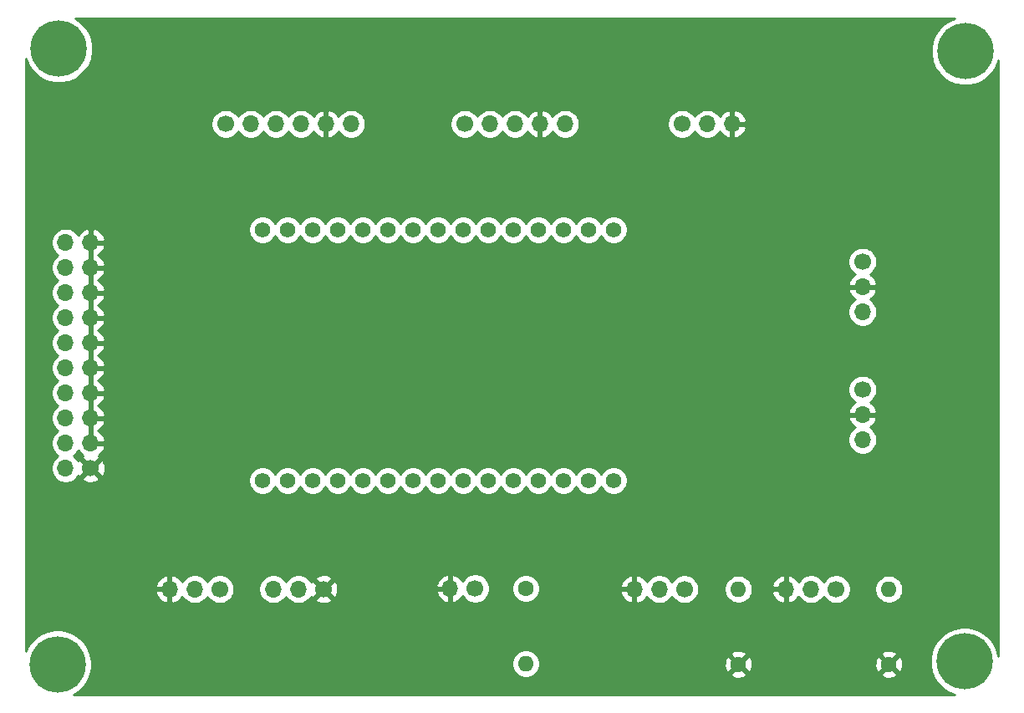
<source format=gbr>
G04 #@! TF.GenerationSoftware,KiCad,Pcbnew,(5.1.10)-1*
G04 #@! TF.CreationDate,2021-10-14T18:13:08-03:00*
G04 #@! TF.ProjectId,esp32_shield,65737033-325f-4736-9869-656c642e6b69,rev?*
G04 #@! TF.SameCoordinates,Original*
G04 #@! TF.FileFunction,Copper,L2,Bot*
G04 #@! TF.FilePolarity,Positive*
%FSLAX46Y46*%
G04 Gerber Fmt 4.6, Leading zero omitted, Abs format (unit mm)*
G04 Created by KiCad (PCBNEW (5.1.10)-1) date 2021-10-14 18:13:08*
%MOMM*%
%LPD*%
G01*
G04 APERTURE LIST*
G04 #@! TA.AperFunction,ComponentPad*
%ADD10C,1.700000*%
G04 #@! TD*
G04 #@! TA.AperFunction,ComponentPad*
%ADD11O,1.700000X1.700000*%
G04 #@! TD*
G04 #@! TA.AperFunction,ComponentPad*
%ADD12O,1.600000X1.600000*%
G04 #@! TD*
G04 #@! TA.AperFunction,ComponentPad*
%ADD13C,1.600000*%
G04 #@! TD*
G04 #@! TA.AperFunction,ComponentPad*
%ADD14C,1.560000*%
G04 #@! TD*
G04 #@! TA.AperFunction,ComponentPad*
%ADD15C,5.700000*%
G04 #@! TD*
G04 #@! TA.AperFunction,Conductor*
%ADD16C,0.254000*%
G04 #@! TD*
G04 #@! TA.AperFunction,Conductor*
%ADD17C,0.100000*%
G04 #@! TD*
G04 APERTURE END LIST*
D10*
G04 #@! TO.P,J7,1*
G04 #@! TO.N,/ESP32/LDR*
X135764621Y-114995560D03*
D11*
G04 #@! TO.P,J7,2*
G04 #@! TO.N,+5V*
X133224621Y-114995560D03*
G04 #@! TD*
G04 #@! TO.P,J3,3*
G04 #@! TO.N,/ESP32/SERVO_2*
X174994580Y-99930820D03*
G04 #@! TO.P,J3,2*
G04 #@! TO.N,+5V*
X174994580Y-97390820D03*
D10*
G04 #@! TO.P,J3,1*
G04 #@! TO.N,GND*
X174994580Y-94850820D03*
G04 #@! TD*
G04 #@! TO.P,J2,1*
G04 #@! TO.N,GND*
X174994580Y-81896820D03*
D11*
G04 #@! TO.P,J2,2*
G04 #@! TO.N,+5V*
X174994580Y-84436820D03*
G04 #@! TO.P,J2,3*
G04 #@! TO.N,/ESP32/SERVO_1*
X174994580Y-86976820D03*
G04 #@! TD*
D10*
G04 #@! TO.P,J6,1*
G04 #@! TO.N,GND*
X156716740Y-67942060D03*
D11*
G04 #@! TO.P,J6,2*
G04 #@! TO.N,/DHT11/DHT11*
X159256740Y-67942060D03*
G04 #@! TO.P,J6,3*
G04 #@! TO.N,+5V*
X161796740Y-67942060D03*
G04 #@! TD*
D10*
G04 #@! TO.P,J8,1*
G04 #@! TO.N,/ESP32/CS*
X110488740Y-67942060D03*
D11*
G04 #@! TO.P,J8,2*
G04 #@! TO.N,/ESP32/SCK*
X113028740Y-67942060D03*
G04 #@! TO.P,J8,3*
G04 #@! TO.N,/ESP32/MISO*
X115568740Y-67942060D03*
G04 #@! TO.P,J8,4*
G04 #@! TO.N,/ESP32/MOSI*
X118108740Y-67942060D03*
G04 #@! TO.P,J8,5*
G04 #@! TO.N,+5V*
X120648740Y-67942060D03*
G04 #@! TO.P,J8,6*
G04 #@! TO.N,GND*
X123188740Y-67942060D03*
G04 #@! TD*
G04 #@! TO.P,J10,3*
G04 #@! TO.N,+5V*
X167244349Y-115059060D03*
G04 #@! TO.P,J10,2*
G04 #@! TO.N,/ESP32/TEMP_2*
X169784349Y-115059060D03*
D10*
G04 #@! TO.P,J10,1*
G04 #@! TO.N,GND*
X172324349Y-115059060D03*
G04 #@! TD*
G04 #@! TO.P,J9,1*
G04 #@! TO.N,GND*
X156954657Y-115059060D03*
D11*
G04 #@! TO.P,J9,2*
G04 #@! TO.N,/ESP32/TEMP_1*
X154414657Y-115059060D03*
G04 #@! TO.P,J9,3*
G04 #@! TO.N,+5V*
X151874657Y-115059060D03*
G04 #@! TD*
D10*
G04 #@! TO.P,J1,1*
G04 #@! TO.N,+5V*
X96823540Y-102820820D03*
D11*
G04 #@! TO.P,J1,2*
G04 #@! TO.N,GND*
X94283540Y-102820820D03*
G04 #@! TO.P,J1,3*
G04 #@! TO.N,+5V*
X96823540Y-100280820D03*
G04 #@! TO.P,J1,4*
G04 #@! TO.N,GND*
X94283540Y-100280820D03*
G04 #@! TO.P,J1,5*
G04 #@! TO.N,+5V*
X96823540Y-97740820D03*
G04 #@! TO.P,J1,6*
G04 #@! TO.N,GND*
X94283540Y-97740820D03*
G04 #@! TO.P,J1,7*
G04 #@! TO.N,+5V*
X96823540Y-95200820D03*
G04 #@! TO.P,J1,8*
G04 #@! TO.N,GND*
X94283540Y-95200820D03*
G04 #@! TO.P,J1,9*
G04 #@! TO.N,+5V*
X96823540Y-92660820D03*
G04 #@! TO.P,J1,10*
G04 #@! TO.N,GND*
X94283540Y-92660820D03*
G04 #@! TO.P,J1,11*
G04 #@! TO.N,+5V*
X96823540Y-90120820D03*
G04 #@! TO.P,J1,12*
G04 #@! TO.N,GND*
X94283540Y-90120820D03*
G04 #@! TO.P,J1,13*
G04 #@! TO.N,+5V*
X96823540Y-87580820D03*
G04 #@! TO.P,J1,14*
G04 #@! TO.N,GND*
X94283540Y-87580820D03*
G04 #@! TO.P,J1,15*
G04 #@! TO.N,+5V*
X96823540Y-85040820D03*
G04 #@! TO.P,J1,16*
G04 #@! TO.N,GND*
X94283540Y-85040820D03*
G04 #@! TO.P,J1,17*
G04 #@! TO.N,+5V*
X96823540Y-82500820D03*
G04 #@! TO.P,J1,18*
G04 #@! TO.N,GND*
X94283540Y-82500820D03*
G04 #@! TO.P,J1,19*
G04 #@! TO.N,+5V*
X96823540Y-79960820D03*
G04 #@! TO.P,J1,20*
G04 #@! TO.N,GND*
X94283540Y-79960820D03*
G04 #@! TD*
G04 #@! TO.P,J5,3*
G04 #@! TO.N,GND*
X115314740Y-115059060D03*
G04 #@! TO.P,J5,2*
G04 #@! TO.N,/Corriente/SC_2*
X117854740Y-115059060D03*
D10*
G04 #@! TO.P,J5,1*
G04 #@! TO.N,+5V*
X120394740Y-115059060D03*
G04 #@! TD*
G04 #@! TO.P,J4,3*
G04 #@! TO.N,GND*
X109900585Y-115059060D03*
D11*
G04 #@! TO.P,J4,2*
G04 #@! TO.N,/Corriente/SC_1*
X107360585Y-115059060D03*
G04 #@! TO.P,J4,1*
G04 #@! TO.N,+5V*
X104820585Y-115059060D03*
G04 #@! TD*
D10*
G04 #@! TO.P,J11,1*
G04 #@! TO.N,N/C*
X134706740Y-67942060D03*
D11*
G04 #@! TO.P,J11,2*
G04 #@! TO.N,/ESP32/SCL*
X137246740Y-67942060D03*
G04 #@! TO.P,J11,3*
G04 #@! TO.N,/ESP32/SDA*
X139786740Y-67942060D03*
G04 #@! TO.P,J11,4*
G04 #@! TO.N,+5V*
X142326740Y-67942060D03*
G04 #@! TO.P,J11,5*
G04 #@! TO.N,GND*
X144866740Y-67942060D03*
G04 #@! TD*
D12*
G04 #@! TO.P,R3,2*
G04 #@! TO.N,/ESP32/TEMP_2*
X177671740Y-115059060D03*
D13*
G04 #@! TO.P,R3,1*
G04 #@! TO.N,+5V*
X177671740Y-122679060D03*
G04 #@! TD*
G04 #@! TO.P,R1,1*
G04 #@! TO.N,/ESP32/LDR*
X140905240Y-114995560D03*
D12*
G04 #@! TO.P,R1,2*
G04 #@! TO.N,GND*
X140905240Y-122615560D03*
G04 #@! TD*
D13*
G04 #@! TO.P,R2,1*
G04 #@! TO.N,+5V*
X162431740Y-122679060D03*
D12*
G04 #@! TO.P,R2,2*
G04 #@! TO.N,/ESP32/TEMP_1*
X162431740Y-115059060D03*
G04 #@! TD*
D14*
G04 #@! TO.P,U1,29*
G04 #@! TO.N,GND*
X147233580Y-78658320D03*
G04 #@! TO.P,U1,28*
G04 #@! TO.N,/DHT11/DHT11*
X144693580Y-78658320D03*
G04 #@! TO.P,U1,27*
G04 #@! TO.N,N/C*
X142153580Y-78658320D03*
G04 #@! TO.P,U1,26*
X139613580Y-78658320D03*
G04 #@! TO.P,U1,25*
X137073580Y-78658320D03*
G04 #@! TO.P,U1,24*
X134533580Y-78658320D03*
G04 #@! TO.P,U1,23*
G04 #@! TO.N,/ESP32/CS*
X131993580Y-78658320D03*
G04 #@! TO.P,U1,22*
G04 #@! TO.N,/ESP32/SCK*
X129453580Y-78658320D03*
G04 #@! TO.P,U1,21*
G04 #@! TO.N,/ESP32/MISO*
X126913580Y-78658320D03*
G04 #@! TO.P,U1,20*
G04 #@! TO.N,/ESP32/SDA*
X124373580Y-78658320D03*
G04 #@! TO.P,U1,19*
G04 #@! TO.N,N/C*
X121833580Y-78658320D03*
G04 #@! TO.P,U1,18*
X119293580Y-78658320D03*
G04 #@! TO.P,U1,17*
G04 #@! TO.N,/ESP32/SCL*
X116753580Y-78658320D03*
G04 #@! TO.P,U1,16*
G04 #@! TO.N,/ESP32/MOSI*
X114213580Y-78658320D03*
G04 #@! TO.P,U1,15*
G04 #@! TO.N,N/C*
X149773580Y-104058320D03*
G04 #@! TO.P,U1,14*
G04 #@! TO.N,GND*
X147233580Y-104058320D03*
G04 #@! TO.P,U1,13*
G04 #@! TO.N,/ESP32/SERVO_2*
X144693580Y-104058320D03*
G04 #@! TO.P,U1,12*
G04 #@! TO.N,N/C*
X142153580Y-104058320D03*
G04 #@! TO.P,U1,11*
G04 #@! TO.N,/ESP32/SERVO_1*
X139613580Y-104058320D03*
G04 #@! TO.P,U1,10*
G04 #@! TO.N,/ESP32/TEMP_2*
X137073580Y-104058320D03*
G04 #@! TO.P,U1,9*
G04 #@! TO.N,/ESP32/TEMP_1*
X134533580Y-104058320D03*
G04 #@! TO.P,U1,8*
G04 #@! TO.N,N/C*
X131993580Y-104058320D03*
G04 #@! TO.P,U1,7*
X129453580Y-104058320D03*
G04 #@! TO.P,U1,6*
X126913580Y-104058320D03*
G04 #@! TO.P,U1,5*
G04 #@! TO.N,/ESP32/LDR*
X124373580Y-104058320D03*
G04 #@! TO.P,U1,4*
G04 #@! TO.N,/Corriente/SC_2*
X121833580Y-104058320D03*
G04 #@! TO.P,U1,3*
G04 #@! TO.N,N/C*
X119293580Y-104058320D03*
G04 #@! TO.P,U1,2*
G04 #@! TO.N,/Corriente/SC_1*
X116753580Y-104058320D03*
G04 #@! TO.P,U1,1*
G04 #@! TO.N,N/C*
X114213580Y-104058320D03*
G04 #@! TO.P,U1,30*
X149773580Y-78658320D03*
G04 #@! TD*
D15*
G04 #@! TO.P,H1,1*
G04 #@! TO.N,N/C*
X93580000Y-60308000D03*
G04 #@! TD*
G04 #@! TO.P,H2,1*
G04 #@! TO.N,N/C*
X93453000Y-122665000D03*
G04 #@! TD*
G04 #@! TO.P,H3,1*
G04 #@! TO.N,N/C*
X185401000Y-60562000D03*
G04 #@! TD*
G04 #@! TO.P,H4,1*
G04 #@! TO.N,N/C*
X185318400Y-122402600D03*
G04 #@! TD*
D16*
G04 #@! TO.N,+5V*
X183750234Y-57473633D02*
X183179442Y-57855024D01*
X182694024Y-58340442D01*
X182312633Y-58911234D01*
X182049927Y-59545463D01*
X181916000Y-60218758D01*
X181916000Y-60905242D01*
X182049927Y-61578537D01*
X182312633Y-62212766D01*
X182694024Y-62783558D01*
X183179442Y-63268976D01*
X183750234Y-63650367D01*
X184384463Y-63913073D01*
X185057758Y-64047000D01*
X185744242Y-64047000D01*
X186417537Y-63913073D01*
X187051766Y-63650367D01*
X187622558Y-63268976D01*
X188107976Y-62783558D01*
X188489367Y-62212766D01*
X188752073Y-61578537D01*
X188765001Y-61513544D01*
X188765000Y-121866309D01*
X188669473Y-121386063D01*
X188406767Y-120751834D01*
X188025376Y-120181042D01*
X187539958Y-119695624D01*
X186969166Y-119314233D01*
X186334937Y-119051527D01*
X185661642Y-118917600D01*
X184975158Y-118917600D01*
X184301863Y-119051527D01*
X183667634Y-119314233D01*
X183096842Y-119695624D01*
X182611424Y-120181042D01*
X182230033Y-120751834D01*
X181967327Y-121386063D01*
X181833400Y-122059358D01*
X181833400Y-122745842D01*
X181967327Y-123419137D01*
X182230033Y-124053366D01*
X182611424Y-124624158D01*
X183096842Y-125109576D01*
X183667634Y-125490967D01*
X184301863Y-125753673D01*
X184348753Y-125763000D01*
X95080510Y-125763000D01*
X95103766Y-125753367D01*
X95674558Y-125371976D01*
X96159976Y-124886558D01*
X96541367Y-124315766D01*
X96804073Y-123681537D01*
X96938000Y-123008242D01*
X96938000Y-122474225D01*
X139470240Y-122474225D01*
X139470240Y-122756895D01*
X139525387Y-123034134D01*
X139633560Y-123295287D01*
X139790603Y-123530319D01*
X139990481Y-123730197D01*
X140225513Y-123887240D01*
X140486666Y-123995413D01*
X140763905Y-124050560D01*
X141046575Y-124050560D01*
X141323814Y-123995413D01*
X141584967Y-123887240D01*
X141819999Y-123730197D01*
X141878434Y-123671762D01*
X161618643Y-123671762D01*
X161690226Y-123915731D01*
X161945736Y-124036631D01*
X162219924Y-124105360D01*
X162502252Y-124119277D01*
X162781870Y-124077847D01*
X163048032Y-123982663D01*
X163173254Y-123915731D01*
X163244837Y-123671762D01*
X176858643Y-123671762D01*
X176930226Y-123915731D01*
X177185736Y-124036631D01*
X177459924Y-124105360D01*
X177742252Y-124119277D01*
X178021870Y-124077847D01*
X178288032Y-123982663D01*
X178413254Y-123915731D01*
X178484837Y-123671762D01*
X177671740Y-122858665D01*
X176858643Y-123671762D01*
X163244837Y-123671762D01*
X162431740Y-122858665D01*
X161618643Y-123671762D01*
X141878434Y-123671762D01*
X142019877Y-123530319D01*
X142176920Y-123295287D01*
X142285093Y-123034134D01*
X142340240Y-122756895D01*
X142340240Y-122749572D01*
X160991523Y-122749572D01*
X161032953Y-123029190D01*
X161128137Y-123295352D01*
X161195069Y-123420574D01*
X161439038Y-123492157D01*
X162252135Y-122679060D01*
X162611345Y-122679060D01*
X163424442Y-123492157D01*
X163668411Y-123420574D01*
X163789311Y-123165064D01*
X163858040Y-122890876D01*
X163865005Y-122749572D01*
X176231523Y-122749572D01*
X176272953Y-123029190D01*
X176368137Y-123295352D01*
X176435069Y-123420574D01*
X176679038Y-123492157D01*
X177492135Y-122679060D01*
X177851345Y-122679060D01*
X178664442Y-123492157D01*
X178908411Y-123420574D01*
X179029311Y-123165064D01*
X179098040Y-122890876D01*
X179111957Y-122608548D01*
X179070527Y-122328930D01*
X178975343Y-122062768D01*
X178908411Y-121937546D01*
X178664442Y-121865963D01*
X177851345Y-122679060D01*
X177492135Y-122679060D01*
X176679038Y-121865963D01*
X176435069Y-121937546D01*
X176314169Y-122193056D01*
X176245440Y-122467244D01*
X176231523Y-122749572D01*
X163865005Y-122749572D01*
X163871957Y-122608548D01*
X163830527Y-122328930D01*
X163735343Y-122062768D01*
X163668411Y-121937546D01*
X163424442Y-121865963D01*
X162611345Y-122679060D01*
X162252135Y-122679060D01*
X161439038Y-121865963D01*
X161195069Y-121937546D01*
X161074169Y-122193056D01*
X161005440Y-122467244D01*
X160991523Y-122749572D01*
X142340240Y-122749572D01*
X142340240Y-122474225D01*
X142285093Y-122196986D01*
X142176920Y-121935833D01*
X142019877Y-121700801D01*
X142005434Y-121686358D01*
X161618643Y-121686358D01*
X162431740Y-122499455D01*
X163244837Y-121686358D01*
X176858643Y-121686358D01*
X177671740Y-122499455D01*
X178484837Y-121686358D01*
X178413254Y-121442389D01*
X178157744Y-121321489D01*
X177883556Y-121252760D01*
X177601228Y-121238843D01*
X177321610Y-121280273D01*
X177055448Y-121375457D01*
X176930226Y-121442389D01*
X176858643Y-121686358D01*
X163244837Y-121686358D01*
X163173254Y-121442389D01*
X162917744Y-121321489D01*
X162643556Y-121252760D01*
X162361228Y-121238843D01*
X162081610Y-121280273D01*
X161815448Y-121375457D01*
X161690226Y-121442389D01*
X161618643Y-121686358D01*
X142005434Y-121686358D01*
X141819999Y-121500923D01*
X141584967Y-121343880D01*
X141323814Y-121235707D01*
X141046575Y-121180560D01*
X140763905Y-121180560D01*
X140486666Y-121235707D01*
X140225513Y-121343880D01*
X139990481Y-121500923D01*
X139790603Y-121700801D01*
X139633560Y-121935833D01*
X139525387Y-122196986D01*
X139470240Y-122474225D01*
X96938000Y-122474225D01*
X96938000Y-122321758D01*
X96804073Y-121648463D01*
X96541367Y-121014234D01*
X96159976Y-120443442D01*
X95674558Y-119958024D01*
X95103766Y-119576633D01*
X94469537Y-119313927D01*
X93796242Y-119180000D01*
X93109758Y-119180000D01*
X92436463Y-119313927D01*
X91802234Y-119576633D01*
X91231442Y-119958024D01*
X90746024Y-120443442D01*
X90364633Y-121014234D01*
X90235000Y-121327196D01*
X90235000Y-115415951D01*
X103379104Y-115415951D01*
X103476428Y-115690312D01*
X103625407Y-115940415D01*
X103820316Y-116156648D01*
X104053665Y-116330701D01*
X104316486Y-116455885D01*
X104463695Y-116500536D01*
X104693585Y-116379215D01*
X104693585Y-115186060D01*
X103499771Y-115186060D01*
X103379104Y-115415951D01*
X90235000Y-115415951D01*
X90235000Y-114702169D01*
X103379104Y-114702169D01*
X103499771Y-114932060D01*
X104693585Y-114932060D01*
X104693585Y-113738905D01*
X104947585Y-113738905D01*
X104947585Y-114932060D01*
X104967585Y-114932060D01*
X104967585Y-115186060D01*
X104947585Y-115186060D01*
X104947585Y-116379215D01*
X105177475Y-116500536D01*
X105324684Y-116455885D01*
X105587505Y-116330701D01*
X105820854Y-116156648D01*
X106015763Y-115940415D01*
X106085390Y-115823526D01*
X106207110Y-116005692D01*
X106413953Y-116212535D01*
X106657174Y-116375050D01*
X106927427Y-116486992D01*
X107214325Y-116544060D01*
X107506845Y-116544060D01*
X107793743Y-116486992D01*
X108063996Y-116375050D01*
X108307217Y-116212535D01*
X108514060Y-116005692D01*
X108630585Y-115831300D01*
X108747110Y-116005692D01*
X108953953Y-116212535D01*
X109197174Y-116375050D01*
X109467427Y-116486992D01*
X109754325Y-116544060D01*
X110046845Y-116544060D01*
X110333743Y-116486992D01*
X110603996Y-116375050D01*
X110847217Y-116212535D01*
X111054060Y-116005692D01*
X111216575Y-115762471D01*
X111328517Y-115492218D01*
X111385585Y-115205320D01*
X111385585Y-114912800D01*
X113829740Y-114912800D01*
X113829740Y-115205320D01*
X113886808Y-115492218D01*
X113998750Y-115762471D01*
X114161265Y-116005692D01*
X114368108Y-116212535D01*
X114611329Y-116375050D01*
X114881582Y-116486992D01*
X115168480Y-116544060D01*
X115461000Y-116544060D01*
X115747898Y-116486992D01*
X116018151Y-116375050D01*
X116261372Y-116212535D01*
X116468215Y-116005692D01*
X116584740Y-115831300D01*
X116701265Y-116005692D01*
X116908108Y-116212535D01*
X117151329Y-116375050D01*
X117421582Y-116486992D01*
X117708480Y-116544060D01*
X118001000Y-116544060D01*
X118287898Y-116486992D01*
X118558151Y-116375050D01*
X118801372Y-116212535D01*
X118926450Y-116087457D01*
X119545948Y-116087457D01*
X119623583Y-116336532D01*
X119887623Y-116462431D01*
X120171151Y-116534399D01*
X120463271Y-116549671D01*
X120752759Y-116507659D01*
X121028487Y-116409979D01*
X121165897Y-116336532D01*
X121243532Y-116087457D01*
X120394740Y-115238665D01*
X119545948Y-116087457D01*
X118926450Y-116087457D01*
X119008215Y-116005692D01*
X119124051Y-115832331D01*
X119366343Y-115907852D01*
X120215135Y-115059060D01*
X120574345Y-115059060D01*
X121423137Y-115907852D01*
X121672212Y-115830217D01*
X121798111Y-115566177D01*
X121852361Y-115352451D01*
X131783140Y-115352451D01*
X131880464Y-115626812D01*
X132029443Y-115876915D01*
X132224352Y-116093148D01*
X132457701Y-116267201D01*
X132720522Y-116392385D01*
X132867731Y-116437036D01*
X133097621Y-116315715D01*
X133097621Y-115122560D01*
X131903807Y-115122560D01*
X131783140Y-115352451D01*
X121852361Y-115352451D01*
X121870079Y-115282649D01*
X121885351Y-114990529D01*
X121843339Y-114701041D01*
X121821243Y-114638669D01*
X131783140Y-114638669D01*
X131903807Y-114868560D01*
X133097621Y-114868560D01*
X133097621Y-113675405D01*
X133351621Y-113675405D01*
X133351621Y-114868560D01*
X133371621Y-114868560D01*
X133371621Y-115122560D01*
X133351621Y-115122560D01*
X133351621Y-116315715D01*
X133581511Y-116437036D01*
X133728720Y-116392385D01*
X133991541Y-116267201D01*
X134224890Y-116093148D01*
X134419799Y-115876915D01*
X134489426Y-115760026D01*
X134611146Y-115942192D01*
X134817989Y-116149035D01*
X135061210Y-116311550D01*
X135331463Y-116423492D01*
X135618361Y-116480560D01*
X135910881Y-116480560D01*
X136197779Y-116423492D01*
X136468032Y-116311550D01*
X136711253Y-116149035D01*
X136918096Y-115942192D01*
X137080611Y-115698971D01*
X137192553Y-115428718D01*
X137249621Y-115141820D01*
X137249621Y-114854225D01*
X139470240Y-114854225D01*
X139470240Y-115136895D01*
X139525387Y-115414134D01*
X139633560Y-115675287D01*
X139790603Y-115910319D01*
X139990481Y-116110197D01*
X140225513Y-116267240D01*
X140486666Y-116375413D01*
X140763905Y-116430560D01*
X141046575Y-116430560D01*
X141323814Y-116375413D01*
X141584967Y-116267240D01*
X141819999Y-116110197D01*
X142019877Y-115910319D01*
X142176920Y-115675287D01*
X142284340Y-115415951D01*
X150433176Y-115415951D01*
X150530500Y-115690312D01*
X150679479Y-115940415D01*
X150874388Y-116156648D01*
X151107737Y-116330701D01*
X151370558Y-116455885D01*
X151517767Y-116500536D01*
X151747657Y-116379215D01*
X151747657Y-115186060D01*
X150553843Y-115186060D01*
X150433176Y-115415951D01*
X142284340Y-115415951D01*
X142285093Y-115414134D01*
X142340240Y-115136895D01*
X142340240Y-114854225D01*
X142309994Y-114702169D01*
X150433176Y-114702169D01*
X150553843Y-114932060D01*
X151747657Y-114932060D01*
X151747657Y-113738905D01*
X152001657Y-113738905D01*
X152001657Y-114932060D01*
X152021657Y-114932060D01*
X152021657Y-115186060D01*
X152001657Y-115186060D01*
X152001657Y-116379215D01*
X152231547Y-116500536D01*
X152378756Y-116455885D01*
X152641577Y-116330701D01*
X152874926Y-116156648D01*
X153069835Y-115940415D01*
X153139462Y-115823526D01*
X153261182Y-116005692D01*
X153468025Y-116212535D01*
X153711246Y-116375050D01*
X153981499Y-116486992D01*
X154268397Y-116544060D01*
X154560917Y-116544060D01*
X154847815Y-116486992D01*
X155118068Y-116375050D01*
X155361289Y-116212535D01*
X155568132Y-116005692D01*
X155684657Y-115831300D01*
X155801182Y-116005692D01*
X156008025Y-116212535D01*
X156251246Y-116375050D01*
X156521499Y-116486992D01*
X156808397Y-116544060D01*
X157100917Y-116544060D01*
X157387815Y-116486992D01*
X157658068Y-116375050D01*
X157901289Y-116212535D01*
X158108132Y-116005692D01*
X158270647Y-115762471D01*
X158382589Y-115492218D01*
X158439657Y-115205320D01*
X158439657Y-114917725D01*
X160996740Y-114917725D01*
X160996740Y-115200395D01*
X161051887Y-115477634D01*
X161160060Y-115738787D01*
X161317103Y-115973819D01*
X161516981Y-116173697D01*
X161752013Y-116330740D01*
X162013166Y-116438913D01*
X162290405Y-116494060D01*
X162573075Y-116494060D01*
X162850314Y-116438913D01*
X163111467Y-116330740D01*
X163346499Y-116173697D01*
X163546377Y-115973819D01*
X163703420Y-115738787D01*
X163811593Y-115477634D01*
X163823862Y-115415951D01*
X165802868Y-115415951D01*
X165900192Y-115690312D01*
X166049171Y-115940415D01*
X166244080Y-116156648D01*
X166477429Y-116330701D01*
X166740250Y-116455885D01*
X166887459Y-116500536D01*
X167117349Y-116379215D01*
X167117349Y-115186060D01*
X165923535Y-115186060D01*
X165802868Y-115415951D01*
X163823862Y-115415951D01*
X163866740Y-115200395D01*
X163866740Y-114917725D01*
X163823863Y-114702169D01*
X165802868Y-114702169D01*
X165923535Y-114932060D01*
X167117349Y-114932060D01*
X167117349Y-113738905D01*
X167371349Y-113738905D01*
X167371349Y-114932060D01*
X167391349Y-114932060D01*
X167391349Y-115186060D01*
X167371349Y-115186060D01*
X167371349Y-116379215D01*
X167601239Y-116500536D01*
X167748448Y-116455885D01*
X168011269Y-116330701D01*
X168244618Y-116156648D01*
X168439527Y-115940415D01*
X168509154Y-115823526D01*
X168630874Y-116005692D01*
X168837717Y-116212535D01*
X169080938Y-116375050D01*
X169351191Y-116486992D01*
X169638089Y-116544060D01*
X169930609Y-116544060D01*
X170217507Y-116486992D01*
X170487760Y-116375050D01*
X170730981Y-116212535D01*
X170937824Y-116005692D01*
X171054349Y-115831300D01*
X171170874Y-116005692D01*
X171377717Y-116212535D01*
X171620938Y-116375050D01*
X171891191Y-116486992D01*
X172178089Y-116544060D01*
X172470609Y-116544060D01*
X172757507Y-116486992D01*
X173027760Y-116375050D01*
X173270981Y-116212535D01*
X173477824Y-116005692D01*
X173640339Y-115762471D01*
X173752281Y-115492218D01*
X173809349Y-115205320D01*
X173809349Y-114917725D01*
X176236740Y-114917725D01*
X176236740Y-115200395D01*
X176291887Y-115477634D01*
X176400060Y-115738787D01*
X176557103Y-115973819D01*
X176756981Y-116173697D01*
X176992013Y-116330740D01*
X177253166Y-116438913D01*
X177530405Y-116494060D01*
X177813075Y-116494060D01*
X178090314Y-116438913D01*
X178351467Y-116330740D01*
X178586499Y-116173697D01*
X178786377Y-115973819D01*
X178943420Y-115738787D01*
X179051593Y-115477634D01*
X179106740Y-115200395D01*
X179106740Y-114917725D01*
X179051593Y-114640486D01*
X178943420Y-114379333D01*
X178786377Y-114144301D01*
X178586499Y-113944423D01*
X178351467Y-113787380D01*
X178090314Y-113679207D01*
X177813075Y-113624060D01*
X177530405Y-113624060D01*
X177253166Y-113679207D01*
X176992013Y-113787380D01*
X176756981Y-113944423D01*
X176557103Y-114144301D01*
X176400060Y-114379333D01*
X176291887Y-114640486D01*
X176236740Y-114917725D01*
X173809349Y-114917725D01*
X173809349Y-114912800D01*
X173752281Y-114625902D01*
X173640339Y-114355649D01*
X173477824Y-114112428D01*
X173270981Y-113905585D01*
X173027760Y-113743070D01*
X172757507Y-113631128D01*
X172470609Y-113574060D01*
X172178089Y-113574060D01*
X171891191Y-113631128D01*
X171620938Y-113743070D01*
X171377717Y-113905585D01*
X171170874Y-114112428D01*
X171054349Y-114286820D01*
X170937824Y-114112428D01*
X170730981Y-113905585D01*
X170487760Y-113743070D01*
X170217507Y-113631128D01*
X169930609Y-113574060D01*
X169638089Y-113574060D01*
X169351191Y-113631128D01*
X169080938Y-113743070D01*
X168837717Y-113905585D01*
X168630874Y-114112428D01*
X168509154Y-114294594D01*
X168439527Y-114177705D01*
X168244618Y-113961472D01*
X168011269Y-113787419D01*
X167748448Y-113662235D01*
X167601239Y-113617584D01*
X167371349Y-113738905D01*
X167117349Y-113738905D01*
X166887459Y-113617584D01*
X166740250Y-113662235D01*
X166477429Y-113787419D01*
X166244080Y-113961472D01*
X166049171Y-114177705D01*
X165900192Y-114427808D01*
X165802868Y-114702169D01*
X163823863Y-114702169D01*
X163811593Y-114640486D01*
X163703420Y-114379333D01*
X163546377Y-114144301D01*
X163346499Y-113944423D01*
X163111467Y-113787380D01*
X162850314Y-113679207D01*
X162573075Y-113624060D01*
X162290405Y-113624060D01*
X162013166Y-113679207D01*
X161752013Y-113787380D01*
X161516981Y-113944423D01*
X161317103Y-114144301D01*
X161160060Y-114379333D01*
X161051887Y-114640486D01*
X160996740Y-114917725D01*
X158439657Y-114917725D01*
X158439657Y-114912800D01*
X158382589Y-114625902D01*
X158270647Y-114355649D01*
X158108132Y-114112428D01*
X157901289Y-113905585D01*
X157658068Y-113743070D01*
X157387815Y-113631128D01*
X157100917Y-113574060D01*
X156808397Y-113574060D01*
X156521499Y-113631128D01*
X156251246Y-113743070D01*
X156008025Y-113905585D01*
X155801182Y-114112428D01*
X155684657Y-114286820D01*
X155568132Y-114112428D01*
X155361289Y-113905585D01*
X155118068Y-113743070D01*
X154847815Y-113631128D01*
X154560917Y-113574060D01*
X154268397Y-113574060D01*
X153981499Y-113631128D01*
X153711246Y-113743070D01*
X153468025Y-113905585D01*
X153261182Y-114112428D01*
X153139462Y-114294594D01*
X153069835Y-114177705D01*
X152874926Y-113961472D01*
X152641577Y-113787419D01*
X152378756Y-113662235D01*
X152231547Y-113617584D01*
X152001657Y-113738905D01*
X151747657Y-113738905D01*
X151517767Y-113617584D01*
X151370558Y-113662235D01*
X151107737Y-113787419D01*
X150874388Y-113961472D01*
X150679479Y-114177705D01*
X150530500Y-114427808D01*
X150433176Y-114702169D01*
X142309994Y-114702169D01*
X142285093Y-114576986D01*
X142176920Y-114315833D01*
X142019877Y-114080801D01*
X141819999Y-113880923D01*
X141584967Y-113723880D01*
X141323814Y-113615707D01*
X141046575Y-113560560D01*
X140763905Y-113560560D01*
X140486666Y-113615707D01*
X140225513Y-113723880D01*
X139990481Y-113880923D01*
X139790603Y-114080801D01*
X139633560Y-114315833D01*
X139525387Y-114576986D01*
X139470240Y-114854225D01*
X137249621Y-114854225D01*
X137249621Y-114849300D01*
X137192553Y-114562402D01*
X137080611Y-114292149D01*
X136918096Y-114048928D01*
X136711253Y-113842085D01*
X136468032Y-113679570D01*
X136197779Y-113567628D01*
X135910881Y-113510560D01*
X135618361Y-113510560D01*
X135331463Y-113567628D01*
X135061210Y-113679570D01*
X134817989Y-113842085D01*
X134611146Y-114048928D01*
X134489426Y-114231094D01*
X134419799Y-114114205D01*
X134224890Y-113897972D01*
X133991541Y-113723919D01*
X133728720Y-113598735D01*
X133581511Y-113554084D01*
X133351621Y-113675405D01*
X133097621Y-113675405D01*
X132867731Y-113554084D01*
X132720522Y-113598735D01*
X132457701Y-113723919D01*
X132224352Y-113897972D01*
X132029443Y-114114205D01*
X131880464Y-114364308D01*
X131783140Y-114638669D01*
X121821243Y-114638669D01*
X121745659Y-114425313D01*
X121672212Y-114287903D01*
X121423137Y-114210268D01*
X120574345Y-115059060D01*
X120215135Y-115059060D01*
X119366343Y-114210268D01*
X119124051Y-114285789D01*
X119008215Y-114112428D01*
X118926450Y-114030663D01*
X119545948Y-114030663D01*
X120394740Y-114879455D01*
X121243532Y-114030663D01*
X121165897Y-113781588D01*
X120901857Y-113655689D01*
X120618329Y-113583721D01*
X120326209Y-113568449D01*
X120036721Y-113610461D01*
X119760993Y-113708141D01*
X119623583Y-113781588D01*
X119545948Y-114030663D01*
X118926450Y-114030663D01*
X118801372Y-113905585D01*
X118558151Y-113743070D01*
X118287898Y-113631128D01*
X118001000Y-113574060D01*
X117708480Y-113574060D01*
X117421582Y-113631128D01*
X117151329Y-113743070D01*
X116908108Y-113905585D01*
X116701265Y-114112428D01*
X116584740Y-114286820D01*
X116468215Y-114112428D01*
X116261372Y-113905585D01*
X116018151Y-113743070D01*
X115747898Y-113631128D01*
X115461000Y-113574060D01*
X115168480Y-113574060D01*
X114881582Y-113631128D01*
X114611329Y-113743070D01*
X114368108Y-113905585D01*
X114161265Y-114112428D01*
X113998750Y-114355649D01*
X113886808Y-114625902D01*
X113829740Y-114912800D01*
X111385585Y-114912800D01*
X111328517Y-114625902D01*
X111216575Y-114355649D01*
X111054060Y-114112428D01*
X110847217Y-113905585D01*
X110603996Y-113743070D01*
X110333743Y-113631128D01*
X110046845Y-113574060D01*
X109754325Y-113574060D01*
X109467427Y-113631128D01*
X109197174Y-113743070D01*
X108953953Y-113905585D01*
X108747110Y-114112428D01*
X108630585Y-114286820D01*
X108514060Y-114112428D01*
X108307217Y-113905585D01*
X108063996Y-113743070D01*
X107793743Y-113631128D01*
X107506845Y-113574060D01*
X107214325Y-113574060D01*
X106927427Y-113631128D01*
X106657174Y-113743070D01*
X106413953Y-113905585D01*
X106207110Y-114112428D01*
X106085390Y-114294594D01*
X106015763Y-114177705D01*
X105820854Y-113961472D01*
X105587505Y-113787419D01*
X105324684Y-113662235D01*
X105177475Y-113617584D01*
X104947585Y-113738905D01*
X104693585Y-113738905D01*
X104463695Y-113617584D01*
X104316486Y-113662235D01*
X104053665Y-113787419D01*
X103820316Y-113961472D01*
X103625407Y-114177705D01*
X103476428Y-114427808D01*
X103379104Y-114702169D01*
X90235000Y-114702169D01*
X90235000Y-79814560D01*
X92798540Y-79814560D01*
X92798540Y-80107080D01*
X92855608Y-80393978D01*
X92967550Y-80664231D01*
X93130065Y-80907452D01*
X93336908Y-81114295D01*
X93511300Y-81230820D01*
X93336908Y-81347345D01*
X93130065Y-81554188D01*
X92967550Y-81797409D01*
X92855608Y-82067662D01*
X92798540Y-82354560D01*
X92798540Y-82647080D01*
X92855608Y-82933978D01*
X92967550Y-83204231D01*
X93130065Y-83447452D01*
X93336908Y-83654295D01*
X93511300Y-83770820D01*
X93336908Y-83887345D01*
X93130065Y-84094188D01*
X92967550Y-84337409D01*
X92855608Y-84607662D01*
X92798540Y-84894560D01*
X92798540Y-85187080D01*
X92855608Y-85473978D01*
X92967550Y-85744231D01*
X93130065Y-85987452D01*
X93336908Y-86194295D01*
X93511300Y-86310820D01*
X93336908Y-86427345D01*
X93130065Y-86634188D01*
X92967550Y-86877409D01*
X92855608Y-87147662D01*
X92798540Y-87434560D01*
X92798540Y-87727080D01*
X92855608Y-88013978D01*
X92967550Y-88284231D01*
X93130065Y-88527452D01*
X93336908Y-88734295D01*
X93511300Y-88850820D01*
X93336908Y-88967345D01*
X93130065Y-89174188D01*
X92967550Y-89417409D01*
X92855608Y-89687662D01*
X92798540Y-89974560D01*
X92798540Y-90267080D01*
X92855608Y-90553978D01*
X92967550Y-90824231D01*
X93130065Y-91067452D01*
X93336908Y-91274295D01*
X93511300Y-91390820D01*
X93336908Y-91507345D01*
X93130065Y-91714188D01*
X92967550Y-91957409D01*
X92855608Y-92227662D01*
X92798540Y-92514560D01*
X92798540Y-92807080D01*
X92855608Y-93093978D01*
X92967550Y-93364231D01*
X93130065Y-93607452D01*
X93336908Y-93814295D01*
X93511300Y-93930820D01*
X93336908Y-94047345D01*
X93130065Y-94254188D01*
X92967550Y-94497409D01*
X92855608Y-94767662D01*
X92798540Y-95054560D01*
X92798540Y-95347080D01*
X92855608Y-95633978D01*
X92967550Y-95904231D01*
X93130065Y-96147452D01*
X93336908Y-96354295D01*
X93511300Y-96470820D01*
X93336908Y-96587345D01*
X93130065Y-96794188D01*
X92967550Y-97037409D01*
X92855608Y-97307662D01*
X92798540Y-97594560D01*
X92798540Y-97887080D01*
X92855608Y-98173978D01*
X92967550Y-98444231D01*
X93130065Y-98687452D01*
X93336908Y-98894295D01*
X93511300Y-99010820D01*
X93336908Y-99127345D01*
X93130065Y-99334188D01*
X92967550Y-99577409D01*
X92855608Y-99847662D01*
X92798540Y-100134560D01*
X92798540Y-100427080D01*
X92855608Y-100713978D01*
X92967550Y-100984231D01*
X93130065Y-101227452D01*
X93336908Y-101434295D01*
X93511300Y-101550820D01*
X93336908Y-101667345D01*
X93130065Y-101874188D01*
X92967550Y-102117409D01*
X92855608Y-102387662D01*
X92798540Y-102674560D01*
X92798540Y-102967080D01*
X92855608Y-103253978D01*
X92967550Y-103524231D01*
X93130065Y-103767452D01*
X93336908Y-103974295D01*
X93580129Y-104136810D01*
X93850382Y-104248752D01*
X94137280Y-104305820D01*
X94429800Y-104305820D01*
X94716698Y-104248752D01*
X94986951Y-104136810D01*
X95230172Y-103974295D01*
X95355250Y-103849217D01*
X95974748Y-103849217D01*
X96052383Y-104098292D01*
X96316423Y-104224191D01*
X96599951Y-104296159D01*
X96892071Y-104311431D01*
X97181559Y-104269419D01*
X97457287Y-104171739D01*
X97594697Y-104098292D01*
X97650595Y-103918955D01*
X112798580Y-103918955D01*
X112798580Y-104197685D01*
X112852957Y-104471060D01*
X112959623Y-104728574D01*
X113114477Y-104960330D01*
X113311570Y-105157423D01*
X113543326Y-105312277D01*
X113800840Y-105418943D01*
X114074215Y-105473320D01*
X114352945Y-105473320D01*
X114626320Y-105418943D01*
X114883834Y-105312277D01*
X115115590Y-105157423D01*
X115312683Y-104960330D01*
X115467537Y-104728574D01*
X115483580Y-104689843D01*
X115499623Y-104728574D01*
X115654477Y-104960330D01*
X115851570Y-105157423D01*
X116083326Y-105312277D01*
X116340840Y-105418943D01*
X116614215Y-105473320D01*
X116892945Y-105473320D01*
X117166320Y-105418943D01*
X117423834Y-105312277D01*
X117655590Y-105157423D01*
X117852683Y-104960330D01*
X118007537Y-104728574D01*
X118023580Y-104689843D01*
X118039623Y-104728574D01*
X118194477Y-104960330D01*
X118391570Y-105157423D01*
X118623326Y-105312277D01*
X118880840Y-105418943D01*
X119154215Y-105473320D01*
X119432945Y-105473320D01*
X119706320Y-105418943D01*
X119963834Y-105312277D01*
X120195590Y-105157423D01*
X120392683Y-104960330D01*
X120547537Y-104728574D01*
X120563580Y-104689843D01*
X120579623Y-104728574D01*
X120734477Y-104960330D01*
X120931570Y-105157423D01*
X121163326Y-105312277D01*
X121420840Y-105418943D01*
X121694215Y-105473320D01*
X121972945Y-105473320D01*
X122246320Y-105418943D01*
X122503834Y-105312277D01*
X122735590Y-105157423D01*
X122932683Y-104960330D01*
X123087537Y-104728574D01*
X123103580Y-104689843D01*
X123119623Y-104728574D01*
X123274477Y-104960330D01*
X123471570Y-105157423D01*
X123703326Y-105312277D01*
X123960840Y-105418943D01*
X124234215Y-105473320D01*
X124512945Y-105473320D01*
X124786320Y-105418943D01*
X125043834Y-105312277D01*
X125275590Y-105157423D01*
X125472683Y-104960330D01*
X125627537Y-104728574D01*
X125643580Y-104689843D01*
X125659623Y-104728574D01*
X125814477Y-104960330D01*
X126011570Y-105157423D01*
X126243326Y-105312277D01*
X126500840Y-105418943D01*
X126774215Y-105473320D01*
X127052945Y-105473320D01*
X127326320Y-105418943D01*
X127583834Y-105312277D01*
X127815590Y-105157423D01*
X128012683Y-104960330D01*
X128167537Y-104728574D01*
X128183580Y-104689843D01*
X128199623Y-104728574D01*
X128354477Y-104960330D01*
X128551570Y-105157423D01*
X128783326Y-105312277D01*
X129040840Y-105418943D01*
X129314215Y-105473320D01*
X129592945Y-105473320D01*
X129866320Y-105418943D01*
X130123834Y-105312277D01*
X130355590Y-105157423D01*
X130552683Y-104960330D01*
X130707537Y-104728574D01*
X130723580Y-104689843D01*
X130739623Y-104728574D01*
X130894477Y-104960330D01*
X131091570Y-105157423D01*
X131323326Y-105312277D01*
X131580840Y-105418943D01*
X131854215Y-105473320D01*
X132132945Y-105473320D01*
X132406320Y-105418943D01*
X132663834Y-105312277D01*
X132895590Y-105157423D01*
X133092683Y-104960330D01*
X133247537Y-104728574D01*
X133263580Y-104689843D01*
X133279623Y-104728574D01*
X133434477Y-104960330D01*
X133631570Y-105157423D01*
X133863326Y-105312277D01*
X134120840Y-105418943D01*
X134394215Y-105473320D01*
X134672945Y-105473320D01*
X134946320Y-105418943D01*
X135203834Y-105312277D01*
X135435590Y-105157423D01*
X135632683Y-104960330D01*
X135787537Y-104728574D01*
X135803580Y-104689843D01*
X135819623Y-104728574D01*
X135974477Y-104960330D01*
X136171570Y-105157423D01*
X136403326Y-105312277D01*
X136660840Y-105418943D01*
X136934215Y-105473320D01*
X137212945Y-105473320D01*
X137486320Y-105418943D01*
X137743834Y-105312277D01*
X137975590Y-105157423D01*
X138172683Y-104960330D01*
X138327537Y-104728574D01*
X138343580Y-104689843D01*
X138359623Y-104728574D01*
X138514477Y-104960330D01*
X138711570Y-105157423D01*
X138943326Y-105312277D01*
X139200840Y-105418943D01*
X139474215Y-105473320D01*
X139752945Y-105473320D01*
X140026320Y-105418943D01*
X140283834Y-105312277D01*
X140515590Y-105157423D01*
X140712683Y-104960330D01*
X140867537Y-104728574D01*
X140883580Y-104689843D01*
X140899623Y-104728574D01*
X141054477Y-104960330D01*
X141251570Y-105157423D01*
X141483326Y-105312277D01*
X141740840Y-105418943D01*
X142014215Y-105473320D01*
X142292945Y-105473320D01*
X142566320Y-105418943D01*
X142823834Y-105312277D01*
X143055590Y-105157423D01*
X143252683Y-104960330D01*
X143407537Y-104728574D01*
X143423580Y-104689843D01*
X143439623Y-104728574D01*
X143594477Y-104960330D01*
X143791570Y-105157423D01*
X144023326Y-105312277D01*
X144280840Y-105418943D01*
X144554215Y-105473320D01*
X144832945Y-105473320D01*
X145106320Y-105418943D01*
X145363834Y-105312277D01*
X145595590Y-105157423D01*
X145792683Y-104960330D01*
X145947537Y-104728574D01*
X145963580Y-104689843D01*
X145979623Y-104728574D01*
X146134477Y-104960330D01*
X146331570Y-105157423D01*
X146563326Y-105312277D01*
X146820840Y-105418943D01*
X147094215Y-105473320D01*
X147372945Y-105473320D01*
X147646320Y-105418943D01*
X147903834Y-105312277D01*
X148135590Y-105157423D01*
X148332683Y-104960330D01*
X148487537Y-104728574D01*
X148503580Y-104689843D01*
X148519623Y-104728574D01*
X148674477Y-104960330D01*
X148871570Y-105157423D01*
X149103326Y-105312277D01*
X149360840Y-105418943D01*
X149634215Y-105473320D01*
X149912945Y-105473320D01*
X150186320Y-105418943D01*
X150443834Y-105312277D01*
X150675590Y-105157423D01*
X150872683Y-104960330D01*
X151027537Y-104728574D01*
X151134203Y-104471060D01*
X151188580Y-104197685D01*
X151188580Y-103918955D01*
X151134203Y-103645580D01*
X151027537Y-103388066D01*
X150872683Y-103156310D01*
X150675590Y-102959217D01*
X150443834Y-102804363D01*
X150186320Y-102697697D01*
X149912945Y-102643320D01*
X149634215Y-102643320D01*
X149360840Y-102697697D01*
X149103326Y-102804363D01*
X148871570Y-102959217D01*
X148674477Y-103156310D01*
X148519623Y-103388066D01*
X148503580Y-103426797D01*
X148487537Y-103388066D01*
X148332683Y-103156310D01*
X148135590Y-102959217D01*
X147903834Y-102804363D01*
X147646320Y-102697697D01*
X147372945Y-102643320D01*
X147094215Y-102643320D01*
X146820840Y-102697697D01*
X146563326Y-102804363D01*
X146331570Y-102959217D01*
X146134477Y-103156310D01*
X145979623Y-103388066D01*
X145963580Y-103426797D01*
X145947537Y-103388066D01*
X145792683Y-103156310D01*
X145595590Y-102959217D01*
X145363834Y-102804363D01*
X145106320Y-102697697D01*
X144832945Y-102643320D01*
X144554215Y-102643320D01*
X144280840Y-102697697D01*
X144023326Y-102804363D01*
X143791570Y-102959217D01*
X143594477Y-103156310D01*
X143439623Y-103388066D01*
X143423580Y-103426797D01*
X143407537Y-103388066D01*
X143252683Y-103156310D01*
X143055590Y-102959217D01*
X142823834Y-102804363D01*
X142566320Y-102697697D01*
X142292945Y-102643320D01*
X142014215Y-102643320D01*
X141740840Y-102697697D01*
X141483326Y-102804363D01*
X141251570Y-102959217D01*
X141054477Y-103156310D01*
X140899623Y-103388066D01*
X140883580Y-103426797D01*
X140867537Y-103388066D01*
X140712683Y-103156310D01*
X140515590Y-102959217D01*
X140283834Y-102804363D01*
X140026320Y-102697697D01*
X139752945Y-102643320D01*
X139474215Y-102643320D01*
X139200840Y-102697697D01*
X138943326Y-102804363D01*
X138711570Y-102959217D01*
X138514477Y-103156310D01*
X138359623Y-103388066D01*
X138343580Y-103426797D01*
X138327537Y-103388066D01*
X138172683Y-103156310D01*
X137975590Y-102959217D01*
X137743834Y-102804363D01*
X137486320Y-102697697D01*
X137212945Y-102643320D01*
X136934215Y-102643320D01*
X136660840Y-102697697D01*
X136403326Y-102804363D01*
X136171570Y-102959217D01*
X135974477Y-103156310D01*
X135819623Y-103388066D01*
X135803580Y-103426797D01*
X135787537Y-103388066D01*
X135632683Y-103156310D01*
X135435590Y-102959217D01*
X135203834Y-102804363D01*
X134946320Y-102697697D01*
X134672945Y-102643320D01*
X134394215Y-102643320D01*
X134120840Y-102697697D01*
X133863326Y-102804363D01*
X133631570Y-102959217D01*
X133434477Y-103156310D01*
X133279623Y-103388066D01*
X133263580Y-103426797D01*
X133247537Y-103388066D01*
X133092683Y-103156310D01*
X132895590Y-102959217D01*
X132663834Y-102804363D01*
X132406320Y-102697697D01*
X132132945Y-102643320D01*
X131854215Y-102643320D01*
X131580840Y-102697697D01*
X131323326Y-102804363D01*
X131091570Y-102959217D01*
X130894477Y-103156310D01*
X130739623Y-103388066D01*
X130723580Y-103426797D01*
X130707537Y-103388066D01*
X130552683Y-103156310D01*
X130355590Y-102959217D01*
X130123834Y-102804363D01*
X129866320Y-102697697D01*
X129592945Y-102643320D01*
X129314215Y-102643320D01*
X129040840Y-102697697D01*
X128783326Y-102804363D01*
X128551570Y-102959217D01*
X128354477Y-103156310D01*
X128199623Y-103388066D01*
X128183580Y-103426797D01*
X128167537Y-103388066D01*
X128012683Y-103156310D01*
X127815590Y-102959217D01*
X127583834Y-102804363D01*
X127326320Y-102697697D01*
X127052945Y-102643320D01*
X126774215Y-102643320D01*
X126500840Y-102697697D01*
X126243326Y-102804363D01*
X126011570Y-102959217D01*
X125814477Y-103156310D01*
X125659623Y-103388066D01*
X125643580Y-103426797D01*
X125627537Y-103388066D01*
X125472683Y-103156310D01*
X125275590Y-102959217D01*
X125043834Y-102804363D01*
X124786320Y-102697697D01*
X124512945Y-102643320D01*
X124234215Y-102643320D01*
X123960840Y-102697697D01*
X123703326Y-102804363D01*
X123471570Y-102959217D01*
X123274477Y-103156310D01*
X123119623Y-103388066D01*
X123103580Y-103426797D01*
X123087537Y-103388066D01*
X122932683Y-103156310D01*
X122735590Y-102959217D01*
X122503834Y-102804363D01*
X122246320Y-102697697D01*
X121972945Y-102643320D01*
X121694215Y-102643320D01*
X121420840Y-102697697D01*
X121163326Y-102804363D01*
X120931570Y-102959217D01*
X120734477Y-103156310D01*
X120579623Y-103388066D01*
X120563580Y-103426797D01*
X120547537Y-103388066D01*
X120392683Y-103156310D01*
X120195590Y-102959217D01*
X119963834Y-102804363D01*
X119706320Y-102697697D01*
X119432945Y-102643320D01*
X119154215Y-102643320D01*
X118880840Y-102697697D01*
X118623326Y-102804363D01*
X118391570Y-102959217D01*
X118194477Y-103156310D01*
X118039623Y-103388066D01*
X118023580Y-103426797D01*
X118007537Y-103388066D01*
X117852683Y-103156310D01*
X117655590Y-102959217D01*
X117423834Y-102804363D01*
X117166320Y-102697697D01*
X116892945Y-102643320D01*
X116614215Y-102643320D01*
X116340840Y-102697697D01*
X116083326Y-102804363D01*
X115851570Y-102959217D01*
X115654477Y-103156310D01*
X115499623Y-103388066D01*
X115483580Y-103426797D01*
X115467537Y-103388066D01*
X115312683Y-103156310D01*
X115115590Y-102959217D01*
X114883834Y-102804363D01*
X114626320Y-102697697D01*
X114352945Y-102643320D01*
X114074215Y-102643320D01*
X113800840Y-102697697D01*
X113543326Y-102804363D01*
X113311570Y-102959217D01*
X113114477Y-103156310D01*
X112959623Y-103388066D01*
X112852957Y-103645580D01*
X112798580Y-103918955D01*
X97650595Y-103918955D01*
X97672332Y-103849217D01*
X96823540Y-103000425D01*
X95974748Y-103849217D01*
X95355250Y-103849217D01*
X95437015Y-103767452D01*
X95552851Y-103594091D01*
X95795143Y-103669612D01*
X96643935Y-102820820D01*
X97003145Y-102820820D01*
X97851937Y-103669612D01*
X98101012Y-103591977D01*
X98226911Y-103327937D01*
X98298879Y-103044409D01*
X98314151Y-102752289D01*
X98272139Y-102462801D01*
X98174459Y-102187073D01*
X98101012Y-102049663D01*
X97851937Y-101972028D01*
X97003145Y-102820820D01*
X96643935Y-102820820D01*
X95795143Y-101972028D01*
X95552851Y-102047549D01*
X95437015Y-101874188D01*
X95230172Y-101667345D01*
X95055780Y-101550820D01*
X95230172Y-101434295D01*
X95437015Y-101227452D01*
X95554640Y-101051414D01*
X95725952Y-101281089D01*
X95942185Y-101475998D01*
X96053895Y-101542540D01*
X96052383Y-101543348D01*
X95974748Y-101792423D01*
X96823540Y-102641215D01*
X97672332Y-101792423D01*
X97594697Y-101543348D01*
X97593104Y-101542589D01*
X97704895Y-101475998D01*
X97921128Y-101281089D01*
X98095181Y-101047740D01*
X98220365Y-100784919D01*
X98265016Y-100637710D01*
X98143695Y-100407820D01*
X96950540Y-100407820D01*
X96950540Y-100427820D01*
X96696540Y-100427820D01*
X96696540Y-100407820D01*
X96676540Y-100407820D01*
X96676540Y-100153820D01*
X96696540Y-100153820D01*
X96696540Y-97867820D01*
X96950540Y-97867820D01*
X96950540Y-100153820D01*
X98143695Y-100153820D01*
X98265016Y-99923930D01*
X98222743Y-99784560D01*
X173509580Y-99784560D01*
X173509580Y-100077080D01*
X173566648Y-100363978D01*
X173678590Y-100634231D01*
X173841105Y-100877452D01*
X174047948Y-101084295D01*
X174291169Y-101246810D01*
X174561422Y-101358752D01*
X174848320Y-101415820D01*
X175140840Y-101415820D01*
X175427738Y-101358752D01*
X175697991Y-101246810D01*
X175941212Y-101084295D01*
X176148055Y-100877452D01*
X176310570Y-100634231D01*
X176422512Y-100363978D01*
X176479580Y-100077080D01*
X176479580Y-99784560D01*
X176422512Y-99497662D01*
X176310570Y-99227409D01*
X176148055Y-98984188D01*
X175941212Y-98777345D01*
X175759046Y-98655625D01*
X175875935Y-98585998D01*
X176092168Y-98391089D01*
X176266221Y-98157740D01*
X176391405Y-97894919D01*
X176436056Y-97747710D01*
X176314735Y-97517820D01*
X175121580Y-97517820D01*
X175121580Y-97537820D01*
X174867580Y-97537820D01*
X174867580Y-97517820D01*
X173674425Y-97517820D01*
X173553104Y-97747710D01*
X173597755Y-97894919D01*
X173722939Y-98157740D01*
X173896992Y-98391089D01*
X174113225Y-98585998D01*
X174230114Y-98655625D01*
X174047948Y-98777345D01*
X173841105Y-98984188D01*
X173678590Y-99227409D01*
X173566648Y-99497662D01*
X173509580Y-99784560D01*
X98222743Y-99784560D01*
X98220365Y-99776721D01*
X98095181Y-99513900D01*
X97921128Y-99280551D01*
X97704895Y-99085642D01*
X97579285Y-99010820D01*
X97704895Y-98935998D01*
X97921128Y-98741089D01*
X98095181Y-98507740D01*
X98220365Y-98244919D01*
X98265016Y-98097710D01*
X98143695Y-97867820D01*
X96950540Y-97867820D01*
X96696540Y-97867820D01*
X96676540Y-97867820D01*
X96676540Y-97613820D01*
X96696540Y-97613820D01*
X96696540Y-95327820D01*
X96950540Y-95327820D01*
X96950540Y-97613820D01*
X98143695Y-97613820D01*
X98265016Y-97383930D01*
X98220365Y-97236721D01*
X98095181Y-96973900D01*
X97921128Y-96740551D01*
X97704895Y-96545642D01*
X97579285Y-96470820D01*
X97704895Y-96395998D01*
X97921128Y-96201089D01*
X98095181Y-95967740D01*
X98220365Y-95704919D01*
X98265016Y-95557710D01*
X98143695Y-95327820D01*
X96950540Y-95327820D01*
X96696540Y-95327820D01*
X96676540Y-95327820D01*
X96676540Y-95073820D01*
X96696540Y-95073820D01*
X96696540Y-92787820D01*
X96950540Y-92787820D01*
X96950540Y-95073820D01*
X98143695Y-95073820D01*
X98265016Y-94843930D01*
X98222743Y-94704560D01*
X173509580Y-94704560D01*
X173509580Y-94997080D01*
X173566648Y-95283978D01*
X173678590Y-95554231D01*
X173841105Y-95797452D01*
X174047948Y-96004295D01*
X174230114Y-96126015D01*
X174113225Y-96195642D01*
X173896992Y-96390551D01*
X173722939Y-96623900D01*
X173597755Y-96886721D01*
X173553104Y-97033930D01*
X173674425Y-97263820D01*
X174867580Y-97263820D01*
X174867580Y-97243820D01*
X175121580Y-97243820D01*
X175121580Y-97263820D01*
X176314735Y-97263820D01*
X176436056Y-97033930D01*
X176391405Y-96886721D01*
X176266221Y-96623900D01*
X176092168Y-96390551D01*
X175875935Y-96195642D01*
X175759046Y-96126015D01*
X175941212Y-96004295D01*
X176148055Y-95797452D01*
X176310570Y-95554231D01*
X176422512Y-95283978D01*
X176479580Y-94997080D01*
X176479580Y-94704560D01*
X176422512Y-94417662D01*
X176310570Y-94147409D01*
X176148055Y-93904188D01*
X175941212Y-93697345D01*
X175697991Y-93534830D01*
X175427738Y-93422888D01*
X175140840Y-93365820D01*
X174848320Y-93365820D01*
X174561422Y-93422888D01*
X174291169Y-93534830D01*
X174047948Y-93697345D01*
X173841105Y-93904188D01*
X173678590Y-94147409D01*
X173566648Y-94417662D01*
X173509580Y-94704560D01*
X98222743Y-94704560D01*
X98220365Y-94696721D01*
X98095181Y-94433900D01*
X97921128Y-94200551D01*
X97704895Y-94005642D01*
X97579285Y-93930820D01*
X97704895Y-93855998D01*
X97921128Y-93661089D01*
X98095181Y-93427740D01*
X98220365Y-93164919D01*
X98265016Y-93017710D01*
X98143695Y-92787820D01*
X96950540Y-92787820D01*
X96696540Y-92787820D01*
X96676540Y-92787820D01*
X96676540Y-92533820D01*
X96696540Y-92533820D01*
X96696540Y-90247820D01*
X96950540Y-90247820D01*
X96950540Y-92533820D01*
X98143695Y-92533820D01*
X98265016Y-92303930D01*
X98220365Y-92156721D01*
X98095181Y-91893900D01*
X97921128Y-91660551D01*
X97704895Y-91465642D01*
X97579285Y-91390820D01*
X97704895Y-91315998D01*
X97921128Y-91121089D01*
X98095181Y-90887740D01*
X98220365Y-90624919D01*
X98265016Y-90477710D01*
X98143695Y-90247820D01*
X96950540Y-90247820D01*
X96696540Y-90247820D01*
X96676540Y-90247820D01*
X96676540Y-89993820D01*
X96696540Y-89993820D01*
X96696540Y-87707820D01*
X96950540Y-87707820D01*
X96950540Y-89993820D01*
X98143695Y-89993820D01*
X98265016Y-89763930D01*
X98220365Y-89616721D01*
X98095181Y-89353900D01*
X97921128Y-89120551D01*
X97704895Y-88925642D01*
X97579285Y-88850820D01*
X97704895Y-88775998D01*
X97921128Y-88581089D01*
X98095181Y-88347740D01*
X98220365Y-88084919D01*
X98265016Y-87937710D01*
X98143695Y-87707820D01*
X96950540Y-87707820D01*
X96696540Y-87707820D01*
X96676540Y-87707820D01*
X96676540Y-87453820D01*
X96696540Y-87453820D01*
X96696540Y-85167820D01*
X96950540Y-85167820D01*
X96950540Y-87453820D01*
X98143695Y-87453820D01*
X98265016Y-87223930D01*
X98220365Y-87076721D01*
X98103117Y-86830560D01*
X173509580Y-86830560D01*
X173509580Y-87123080D01*
X173566648Y-87409978D01*
X173678590Y-87680231D01*
X173841105Y-87923452D01*
X174047948Y-88130295D01*
X174291169Y-88292810D01*
X174561422Y-88404752D01*
X174848320Y-88461820D01*
X175140840Y-88461820D01*
X175427738Y-88404752D01*
X175697991Y-88292810D01*
X175941212Y-88130295D01*
X176148055Y-87923452D01*
X176310570Y-87680231D01*
X176422512Y-87409978D01*
X176479580Y-87123080D01*
X176479580Y-86830560D01*
X176422512Y-86543662D01*
X176310570Y-86273409D01*
X176148055Y-86030188D01*
X175941212Y-85823345D01*
X175759046Y-85701625D01*
X175875935Y-85631998D01*
X176092168Y-85437089D01*
X176266221Y-85203740D01*
X176391405Y-84940919D01*
X176436056Y-84793710D01*
X176314735Y-84563820D01*
X175121580Y-84563820D01*
X175121580Y-84583820D01*
X174867580Y-84583820D01*
X174867580Y-84563820D01*
X173674425Y-84563820D01*
X173553104Y-84793710D01*
X173597755Y-84940919D01*
X173722939Y-85203740D01*
X173896992Y-85437089D01*
X174113225Y-85631998D01*
X174230114Y-85701625D01*
X174047948Y-85823345D01*
X173841105Y-86030188D01*
X173678590Y-86273409D01*
X173566648Y-86543662D01*
X173509580Y-86830560D01*
X98103117Y-86830560D01*
X98095181Y-86813900D01*
X97921128Y-86580551D01*
X97704895Y-86385642D01*
X97579285Y-86310820D01*
X97704895Y-86235998D01*
X97921128Y-86041089D01*
X98095181Y-85807740D01*
X98220365Y-85544919D01*
X98265016Y-85397710D01*
X98143695Y-85167820D01*
X96950540Y-85167820D01*
X96696540Y-85167820D01*
X96676540Y-85167820D01*
X96676540Y-84913820D01*
X96696540Y-84913820D01*
X96696540Y-82627820D01*
X96950540Y-82627820D01*
X96950540Y-84913820D01*
X98143695Y-84913820D01*
X98265016Y-84683930D01*
X98220365Y-84536721D01*
X98095181Y-84273900D01*
X97921128Y-84040551D01*
X97704895Y-83845642D01*
X97579285Y-83770820D01*
X97704895Y-83695998D01*
X97921128Y-83501089D01*
X98095181Y-83267740D01*
X98220365Y-83004919D01*
X98265016Y-82857710D01*
X98143695Y-82627820D01*
X96950540Y-82627820D01*
X96696540Y-82627820D01*
X96676540Y-82627820D01*
X96676540Y-82373820D01*
X96696540Y-82373820D01*
X96696540Y-80087820D01*
X96950540Y-80087820D01*
X96950540Y-82373820D01*
X98143695Y-82373820D01*
X98265016Y-82143930D01*
X98220365Y-81996721D01*
X98103117Y-81750560D01*
X173509580Y-81750560D01*
X173509580Y-82043080D01*
X173566648Y-82329978D01*
X173678590Y-82600231D01*
X173841105Y-82843452D01*
X174047948Y-83050295D01*
X174230114Y-83172015D01*
X174113225Y-83241642D01*
X173896992Y-83436551D01*
X173722939Y-83669900D01*
X173597755Y-83932721D01*
X173553104Y-84079930D01*
X173674425Y-84309820D01*
X174867580Y-84309820D01*
X174867580Y-84289820D01*
X175121580Y-84289820D01*
X175121580Y-84309820D01*
X176314735Y-84309820D01*
X176436056Y-84079930D01*
X176391405Y-83932721D01*
X176266221Y-83669900D01*
X176092168Y-83436551D01*
X175875935Y-83241642D01*
X175759046Y-83172015D01*
X175941212Y-83050295D01*
X176148055Y-82843452D01*
X176310570Y-82600231D01*
X176422512Y-82329978D01*
X176479580Y-82043080D01*
X176479580Y-81750560D01*
X176422512Y-81463662D01*
X176310570Y-81193409D01*
X176148055Y-80950188D01*
X175941212Y-80743345D01*
X175697991Y-80580830D01*
X175427738Y-80468888D01*
X175140840Y-80411820D01*
X174848320Y-80411820D01*
X174561422Y-80468888D01*
X174291169Y-80580830D01*
X174047948Y-80743345D01*
X173841105Y-80950188D01*
X173678590Y-81193409D01*
X173566648Y-81463662D01*
X173509580Y-81750560D01*
X98103117Y-81750560D01*
X98095181Y-81733900D01*
X97921128Y-81500551D01*
X97704895Y-81305642D01*
X97579285Y-81230820D01*
X97704895Y-81155998D01*
X97921128Y-80961089D01*
X98095181Y-80727740D01*
X98220365Y-80464919D01*
X98265016Y-80317710D01*
X98143695Y-80087820D01*
X96950540Y-80087820D01*
X96696540Y-80087820D01*
X96676540Y-80087820D01*
X96676540Y-79833820D01*
X96696540Y-79833820D01*
X96696540Y-78640006D01*
X96950540Y-78640006D01*
X96950540Y-79833820D01*
X98143695Y-79833820D01*
X98265016Y-79603930D01*
X98220365Y-79456721D01*
X98095181Y-79193900D01*
X97921128Y-78960551D01*
X97704895Y-78765642D01*
X97454792Y-78616663D01*
X97180431Y-78519339D01*
X96950540Y-78640006D01*
X96696540Y-78640006D01*
X96466649Y-78519339D01*
X96192288Y-78616663D01*
X95942185Y-78765642D01*
X95725952Y-78960551D01*
X95554640Y-79190226D01*
X95437015Y-79014188D01*
X95230172Y-78807345D01*
X94986951Y-78644830D01*
X94716698Y-78532888D01*
X94646653Y-78518955D01*
X112798580Y-78518955D01*
X112798580Y-78797685D01*
X112852957Y-79071060D01*
X112959623Y-79328574D01*
X113114477Y-79560330D01*
X113311570Y-79757423D01*
X113543326Y-79912277D01*
X113800840Y-80018943D01*
X114074215Y-80073320D01*
X114352945Y-80073320D01*
X114626320Y-80018943D01*
X114883834Y-79912277D01*
X115115590Y-79757423D01*
X115312683Y-79560330D01*
X115467537Y-79328574D01*
X115483580Y-79289843D01*
X115499623Y-79328574D01*
X115654477Y-79560330D01*
X115851570Y-79757423D01*
X116083326Y-79912277D01*
X116340840Y-80018943D01*
X116614215Y-80073320D01*
X116892945Y-80073320D01*
X117166320Y-80018943D01*
X117423834Y-79912277D01*
X117655590Y-79757423D01*
X117852683Y-79560330D01*
X118007537Y-79328574D01*
X118023580Y-79289843D01*
X118039623Y-79328574D01*
X118194477Y-79560330D01*
X118391570Y-79757423D01*
X118623326Y-79912277D01*
X118880840Y-80018943D01*
X119154215Y-80073320D01*
X119432945Y-80073320D01*
X119706320Y-80018943D01*
X119963834Y-79912277D01*
X120195590Y-79757423D01*
X120392683Y-79560330D01*
X120547537Y-79328574D01*
X120563580Y-79289843D01*
X120579623Y-79328574D01*
X120734477Y-79560330D01*
X120931570Y-79757423D01*
X121163326Y-79912277D01*
X121420840Y-80018943D01*
X121694215Y-80073320D01*
X121972945Y-80073320D01*
X122246320Y-80018943D01*
X122503834Y-79912277D01*
X122735590Y-79757423D01*
X122932683Y-79560330D01*
X123087537Y-79328574D01*
X123103580Y-79289843D01*
X123119623Y-79328574D01*
X123274477Y-79560330D01*
X123471570Y-79757423D01*
X123703326Y-79912277D01*
X123960840Y-80018943D01*
X124234215Y-80073320D01*
X124512945Y-80073320D01*
X124786320Y-80018943D01*
X125043834Y-79912277D01*
X125275590Y-79757423D01*
X125472683Y-79560330D01*
X125627537Y-79328574D01*
X125643580Y-79289843D01*
X125659623Y-79328574D01*
X125814477Y-79560330D01*
X126011570Y-79757423D01*
X126243326Y-79912277D01*
X126500840Y-80018943D01*
X126774215Y-80073320D01*
X127052945Y-80073320D01*
X127326320Y-80018943D01*
X127583834Y-79912277D01*
X127815590Y-79757423D01*
X128012683Y-79560330D01*
X128167537Y-79328574D01*
X128183580Y-79289843D01*
X128199623Y-79328574D01*
X128354477Y-79560330D01*
X128551570Y-79757423D01*
X128783326Y-79912277D01*
X129040840Y-80018943D01*
X129314215Y-80073320D01*
X129592945Y-80073320D01*
X129866320Y-80018943D01*
X130123834Y-79912277D01*
X130355590Y-79757423D01*
X130552683Y-79560330D01*
X130707537Y-79328574D01*
X130723580Y-79289843D01*
X130739623Y-79328574D01*
X130894477Y-79560330D01*
X131091570Y-79757423D01*
X131323326Y-79912277D01*
X131580840Y-80018943D01*
X131854215Y-80073320D01*
X132132945Y-80073320D01*
X132406320Y-80018943D01*
X132663834Y-79912277D01*
X132895590Y-79757423D01*
X133092683Y-79560330D01*
X133247537Y-79328574D01*
X133263580Y-79289843D01*
X133279623Y-79328574D01*
X133434477Y-79560330D01*
X133631570Y-79757423D01*
X133863326Y-79912277D01*
X134120840Y-80018943D01*
X134394215Y-80073320D01*
X134672945Y-80073320D01*
X134946320Y-80018943D01*
X135203834Y-79912277D01*
X135435590Y-79757423D01*
X135632683Y-79560330D01*
X135787537Y-79328574D01*
X135803580Y-79289843D01*
X135819623Y-79328574D01*
X135974477Y-79560330D01*
X136171570Y-79757423D01*
X136403326Y-79912277D01*
X136660840Y-80018943D01*
X136934215Y-80073320D01*
X137212945Y-80073320D01*
X137486320Y-80018943D01*
X137743834Y-79912277D01*
X137975590Y-79757423D01*
X138172683Y-79560330D01*
X138327537Y-79328574D01*
X138343580Y-79289843D01*
X138359623Y-79328574D01*
X138514477Y-79560330D01*
X138711570Y-79757423D01*
X138943326Y-79912277D01*
X139200840Y-80018943D01*
X139474215Y-80073320D01*
X139752945Y-80073320D01*
X140026320Y-80018943D01*
X140283834Y-79912277D01*
X140515590Y-79757423D01*
X140712683Y-79560330D01*
X140867537Y-79328574D01*
X140883580Y-79289843D01*
X140899623Y-79328574D01*
X141054477Y-79560330D01*
X141251570Y-79757423D01*
X141483326Y-79912277D01*
X141740840Y-80018943D01*
X142014215Y-80073320D01*
X142292945Y-80073320D01*
X142566320Y-80018943D01*
X142823834Y-79912277D01*
X143055590Y-79757423D01*
X143252683Y-79560330D01*
X143407537Y-79328574D01*
X143423580Y-79289843D01*
X143439623Y-79328574D01*
X143594477Y-79560330D01*
X143791570Y-79757423D01*
X144023326Y-79912277D01*
X144280840Y-80018943D01*
X144554215Y-80073320D01*
X144832945Y-80073320D01*
X145106320Y-80018943D01*
X145363834Y-79912277D01*
X145595590Y-79757423D01*
X145792683Y-79560330D01*
X145947537Y-79328574D01*
X145963580Y-79289843D01*
X145979623Y-79328574D01*
X146134477Y-79560330D01*
X146331570Y-79757423D01*
X146563326Y-79912277D01*
X146820840Y-80018943D01*
X147094215Y-80073320D01*
X147372945Y-80073320D01*
X147646320Y-80018943D01*
X147903834Y-79912277D01*
X148135590Y-79757423D01*
X148332683Y-79560330D01*
X148487537Y-79328574D01*
X148503580Y-79289843D01*
X148519623Y-79328574D01*
X148674477Y-79560330D01*
X148871570Y-79757423D01*
X149103326Y-79912277D01*
X149360840Y-80018943D01*
X149634215Y-80073320D01*
X149912945Y-80073320D01*
X150186320Y-80018943D01*
X150443834Y-79912277D01*
X150675590Y-79757423D01*
X150872683Y-79560330D01*
X151027537Y-79328574D01*
X151134203Y-79071060D01*
X151188580Y-78797685D01*
X151188580Y-78518955D01*
X151134203Y-78245580D01*
X151027537Y-77988066D01*
X150872683Y-77756310D01*
X150675590Y-77559217D01*
X150443834Y-77404363D01*
X150186320Y-77297697D01*
X149912945Y-77243320D01*
X149634215Y-77243320D01*
X149360840Y-77297697D01*
X149103326Y-77404363D01*
X148871570Y-77559217D01*
X148674477Y-77756310D01*
X148519623Y-77988066D01*
X148503580Y-78026797D01*
X148487537Y-77988066D01*
X148332683Y-77756310D01*
X148135590Y-77559217D01*
X147903834Y-77404363D01*
X147646320Y-77297697D01*
X147372945Y-77243320D01*
X147094215Y-77243320D01*
X146820840Y-77297697D01*
X146563326Y-77404363D01*
X146331570Y-77559217D01*
X146134477Y-77756310D01*
X145979623Y-77988066D01*
X145963580Y-78026797D01*
X145947537Y-77988066D01*
X145792683Y-77756310D01*
X145595590Y-77559217D01*
X145363834Y-77404363D01*
X145106320Y-77297697D01*
X144832945Y-77243320D01*
X144554215Y-77243320D01*
X144280840Y-77297697D01*
X144023326Y-77404363D01*
X143791570Y-77559217D01*
X143594477Y-77756310D01*
X143439623Y-77988066D01*
X143423580Y-78026797D01*
X143407537Y-77988066D01*
X143252683Y-77756310D01*
X143055590Y-77559217D01*
X142823834Y-77404363D01*
X142566320Y-77297697D01*
X142292945Y-77243320D01*
X142014215Y-77243320D01*
X141740840Y-77297697D01*
X141483326Y-77404363D01*
X141251570Y-77559217D01*
X141054477Y-77756310D01*
X140899623Y-77988066D01*
X140883580Y-78026797D01*
X140867537Y-77988066D01*
X140712683Y-77756310D01*
X140515590Y-77559217D01*
X140283834Y-77404363D01*
X140026320Y-77297697D01*
X139752945Y-77243320D01*
X139474215Y-77243320D01*
X139200840Y-77297697D01*
X138943326Y-77404363D01*
X138711570Y-77559217D01*
X138514477Y-77756310D01*
X138359623Y-77988066D01*
X138343580Y-78026797D01*
X138327537Y-77988066D01*
X138172683Y-77756310D01*
X137975590Y-77559217D01*
X137743834Y-77404363D01*
X137486320Y-77297697D01*
X137212945Y-77243320D01*
X136934215Y-77243320D01*
X136660840Y-77297697D01*
X136403326Y-77404363D01*
X136171570Y-77559217D01*
X135974477Y-77756310D01*
X135819623Y-77988066D01*
X135803580Y-78026797D01*
X135787537Y-77988066D01*
X135632683Y-77756310D01*
X135435590Y-77559217D01*
X135203834Y-77404363D01*
X134946320Y-77297697D01*
X134672945Y-77243320D01*
X134394215Y-77243320D01*
X134120840Y-77297697D01*
X133863326Y-77404363D01*
X133631570Y-77559217D01*
X133434477Y-77756310D01*
X133279623Y-77988066D01*
X133263580Y-78026797D01*
X133247537Y-77988066D01*
X133092683Y-77756310D01*
X132895590Y-77559217D01*
X132663834Y-77404363D01*
X132406320Y-77297697D01*
X132132945Y-77243320D01*
X131854215Y-77243320D01*
X131580840Y-77297697D01*
X131323326Y-77404363D01*
X131091570Y-77559217D01*
X130894477Y-77756310D01*
X130739623Y-77988066D01*
X130723580Y-78026797D01*
X130707537Y-77988066D01*
X130552683Y-77756310D01*
X130355590Y-77559217D01*
X130123834Y-77404363D01*
X129866320Y-77297697D01*
X129592945Y-77243320D01*
X129314215Y-77243320D01*
X129040840Y-77297697D01*
X128783326Y-77404363D01*
X128551570Y-77559217D01*
X128354477Y-77756310D01*
X128199623Y-77988066D01*
X128183580Y-78026797D01*
X128167537Y-77988066D01*
X128012683Y-77756310D01*
X127815590Y-77559217D01*
X127583834Y-77404363D01*
X127326320Y-77297697D01*
X127052945Y-77243320D01*
X126774215Y-77243320D01*
X126500840Y-77297697D01*
X126243326Y-77404363D01*
X126011570Y-77559217D01*
X125814477Y-77756310D01*
X125659623Y-77988066D01*
X125643580Y-78026797D01*
X125627537Y-77988066D01*
X125472683Y-77756310D01*
X125275590Y-77559217D01*
X125043834Y-77404363D01*
X124786320Y-77297697D01*
X124512945Y-77243320D01*
X124234215Y-77243320D01*
X123960840Y-77297697D01*
X123703326Y-77404363D01*
X123471570Y-77559217D01*
X123274477Y-77756310D01*
X123119623Y-77988066D01*
X123103580Y-78026797D01*
X123087537Y-77988066D01*
X122932683Y-77756310D01*
X122735590Y-77559217D01*
X122503834Y-77404363D01*
X122246320Y-77297697D01*
X121972945Y-77243320D01*
X121694215Y-77243320D01*
X121420840Y-77297697D01*
X121163326Y-77404363D01*
X120931570Y-77559217D01*
X120734477Y-77756310D01*
X120579623Y-77988066D01*
X120563580Y-78026797D01*
X120547537Y-77988066D01*
X120392683Y-77756310D01*
X120195590Y-77559217D01*
X119963834Y-77404363D01*
X119706320Y-77297697D01*
X119432945Y-77243320D01*
X119154215Y-77243320D01*
X118880840Y-77297697D01*
X118623326Y-77404363D01*
X118391570Y-77559217D01*
X118194477Y-77756310D01*
X118039623Y-77988066D01*
X118023580Y-78026797D01*
X118007537Y-77988066D01*
X117852683Y-77756310D01*
X117655590Y-77559217D01*
X117423834Y-77404363D01*
X117166320Y-77297697D01*
X116892945Y-77243320D01*
X116614215Y-77243320D01*
X116340840Y-77297697D01*
X116083326Y-77404363D01*
X115851570Y-77559217D01*
X115654477Y-77756310D01*
X115499623Y-77988066D01*
X115483580Y-78026797D01*
X115467537Y-77988066D01*
X115312683Y-77756310D01*
X115115590Y-77559217D01*
X114883834Y-77404363D01*
X114626320Y-77297697D01*
X114352945Y-77243320D01*
X114074215Y-77243320D01*
X113800840Y-77297697D01*
X113543326Y-77404363D01*
X113311570Y-77559217D01*
X113114477Y-77756310D01*
X112959623Y-77988066D01*
X112852957Y-78245580D01*
X112798580Y-78518955D01*
X94646653Y-78518955D01*
X94429800Y-78475820D01*
X94137280Y-78475820D01*
X93850382Y-78532888D01*
X93580129Y-78644830D01*
X93336908Y-78807345D01*
X93130065Y-79014188D01*
X92967550Y-79257409D01*
X92855608Y-79527662D01*
X92798540Y-79814560D01*
X90235000Y-79814560D01*
X90235000Y-67795800D01*
X109003740Y-67795800D01*
X109003740Y-68088320D01*
X109060808Y-68375218D01*
X109172750Y-68645471D01*
X109335265Y-68888692D01*
X109542108Y-69095535D01*
X109785329Y-69258050D01*
X110055582Y-69369992D01*
X110342480Y-69427060D01*
X110635000Y-69427060D01*
X110921898Y-69369992D01*
X111192151Y-69258050D01*
X111435372Y-69095535D01*
X111642215Y-68888692D01*
X111758740Y-68714300D01*
X111875265Y-68888692D01*
X112082108Y-69095535D01*
X112325329Y-69258050D01*
X112595582Y-69369992D01*
X112882480Y-69427060D01*
X113175000Y-69427060D01*
X113461898Y-69369992D01*
X113732151Y-69258050D01*
X113975372Y-69095535D01*
X114182215Y-68888692D01*
X114298740Y-68714300D01*
X114415265Y-68888692D01*
X114622108Y-69095535D01*
X114865329Y-69258050D01*
X115135582Y-69369992D01*
X115422480Y-69427060D01*
X115715000Y-69427060D01*
X116001898Y-69369992D01*
X116272151Y-69258050D01*
X116515372Y-69095535D01*
X116722215Y-68888692D01*
X116838740Y-68714300D01*
X116955265Y-68888692D01*
X117162108Y-69095535D01*
X117405329Y-69258050D01*
X117675582Y-69369992D01*
X117962480Y-69427060D01*
X118255000Y-69427060D01*
X118541898Y-69369992D01*
X118812151Y-69258050D01*
X119055372Y-69095535D01*
X119262215Y-68888692D01*
X119383935Y-68706526D01*
X119453562Y-68823415D01*
X119648471Y-69039648D01*
X119881820Y-69213701D01*
X120144641Y-69338885D01*
X120291850Y-69383536D01*
X120521740Y-69262215D01*
X120521740Y-68069060D01*
X120501740Y-68069060D01*
X120501740Y-67815060D01*
X120521740Y-67815060D01*
X120521740Y-66621905D01*
X120775740Y-66621905D01*
X120775740Y-67815060D01*
X120795740Y-67815060D01*
X120795740Y-68069060D01*
X120775740Y-68069060D01*
X120775740Y-69262215D01*
X121005630Y-69383536D01*
X121152839Y-69338885D01*
X121415660Y-69213701D01*
X121649009Y-69039648D01*
X121843918Y-68823415D01*
X121913545Y-68706526D01*
X122035265Y-68888692D01*
X122242108Y-69095535D01*
X122485329Y-69258050D01*
X122755582Y-69369992D01*
X123042480Y-69427060D01*
X123335000Y-69427060D01*
X123621898Y-69369992D01*
X123892151Y-69258050D01*
X124135372Y-69095535D01*
X124342215Y-68888692D01*
X124504730Y-68645471D01*
X124616672Y-68375218D01*
X124673740Y-68088320D01*
X124673740Y-67795800D01*
X133221740Y-67795800D01*
X133221740Y-68088320D01*
X133278808Y-68375218D01*
X133390750Y-68645471D01*
X133553265Y-68888692D01*
X133760108Y-69095535D01*
X134003329Y-69258050D01*
X134273582Y-69369992D01*
X134560480Y-69427060D01*
X134853000Y-69427060D01*
X135139898Y-69369992D01*
X135410151Y-69258050D01*
X135653372Y-69095535D01*
X135860215Y-68888692D01*
X135976740Y-68714300D01*
X136093265Y-68888692D01*
X136300108Y-69095535D01*
X136543329Y-69258050D01*
X136813582Y-69369992D01*
X137100480Y-69427060D01*
X137393000Y-69427060D01*
X137679898Y-69369992D01*
X137950151Y-69258050D01*
X138193372Y-69095535D01*
X138400215Y-68888692D01*
X138516740Y-68714300D01*
X138633265Y-68888692D01*
X138840108Y-69095535D01*
X139083329Y-69258050D01*
X139353582Y-69369992D01*
X139640480Y-69427060D01*
X139933000Y-69427060D01*
X140219898Y-69369992D01*
X140490151Y-69258050D01*
X140733372Y-69095535D01*
X140940215Y-68888692D01*
X141061935Y-68706526D01*
X141131562Y-68823415D01*
X141326471Y-69039648D01*
X141559820Y-69213701D01*
X141822641Y-69338885D01*
X141969850Y-69383536D01*
X142199740Y-69262215D01*
X142199740Y-68069060D01*
X142179740Y-68069060D01*
X142179740Y-67815060D01*
X142199740Y-67815060D01*
X142199740Y-66621905D01*
X142453740Y-66621905D01*
X142453740Y-67815060D01*
X142473740Y-67815060D01*
X142473740Y-68069060D01*
X142453740Y-68069060D01*
X142453740Y-69262215D01*
X142683630Y-69383536D01*
X142830839Y-69338885D01*
X143093660Y-69213701D01*
X143327009Y-69039648D01*
X143521918Y-68823415D01*
X143591545Y-68706526D01*
X143713265Y-68888692D01*
X143920108Y-69095535D01*
X144163329Y-69258050D01*
X144433582Y-69369992D01*
X144720480Y-69427060D01*
X145013000Y-69427060D01*
X145299898Y-69369992D01*
X145570151Y-69258050D01*
X145813372Y-69095535D01*
X146020215Y-68888692D01*
X146182730Y-68645471D01*
X146294672Y-68375218D01*
X146351740Y-68088320D01*
X146351740Y-67795800D01*
X155231740Y-67795800D01*
X155231740Y-68088320D01*
X155288808Y-68375218D01*
X155400750Y-68645471D01*
X155563265Y-68888692D01*
X155770108Y-69095535D01*
X156013329Y-69258050D01*
X156283582Y-69369992D01*
X156570480Y-69427060D01*
X156863000Y-69427060D01*
X157149898Y-69369992D01*
X157420151Y-69258050D01*
X157663372Y-69095535D01*
X157870215Y-68888692D01*
X157986740Y-68714300D01*
X158103265Y-68888692D01*
X158310108Y-69095535D01*
X158553329Y-69258050D01*
X158823582Y-69369992D01*
X159110480Y-69427060D01*
X159403000Y-69427060D01*
X159689898Y-69369992D01*
X159960151Y-69258050D01*
X160203372Y-69095535D01*
X160410215Y-68888692D01*
X160531935Y-68706526D01*
X160601562Y-68823415D01*
X160796471Y-69039648D01*
X161029820Y-69213701D01*
X161292641Y-69338885D01*
X161439850Y-69383536D01*
X161669740Y-69262215D01*
X161669740Y-68069060D01*
X161923740Y-68069060D01*
X161923740Y-69262215D01*
X162153630Y-69383536D01*
X162300839Y-69338885D01*
X162563660Y-69213701D01*
X162797009Y-69039648D01*
X162991918Y-68823415D01*
X163140897Y-68573312D01*
X163238221Y-68298951D01*
X163117554Y-68069060D01*
X161923740Y-68069060D01*
X161669740Y-68069060D01*
X161649740Y-68069060D01*
X161649740Y-67815060D01*
X161669740Y-67815060D01*
X161669740Y-66621905D01*
X161923740Y-66621905D01*
X161923740Y-67815060D01*
X163117554Y-67815060D01*
X163238221Y-67585169D01*
X163140897Y-67310808D01*
X162991918Y-67060705D01*
X162797009Y-66844472D01*
X162563660Y-66670419D01*
X162300839Y-66545235D01*
X162153630Y-66500584D01*
X161923740Y-66621905D01*
X161669740Y-66621905D01*
X161439850Y-66500584D01*
X161292641Y-66545235D01*
X161029820Y-66670419D01*
X160796471Y-66844472D01*
X160601562Y-67060705D01*
X160531935Y-67177594D01*
X160410215Y-66995428D01*
X160203372Y-66788585D01*
X159960151Y-66626070D01*
X159689898Y-66514128D01*
X159403000Y-66457060D01*
X159110480Y-66457060D01*
X158823582Y-66514128D01*
X158553329Y-66626070D01*
X158310108Y-66788585D01*
X158103265Y-66995428D01*
X157986740Y-67169820D01*
X157870215Y-66995428D01*
X157663372Y-66788585D01*
X157420151Y-66626070D01*
X157149898Y-66514128D01*
X156863000Y-66457060D01*
X156570480Y-66457060D01*
X156283582Y-66514128D01*
X156013329Y-66626070D01*
X155770108Y-66788585D01*
X155563265Y-66995428D01*
X155400750Y-67238649D01*
X155288808Y-67508902D01*
X155231740Y-67795800D01*
X146351740Y-67795800D01*
X146294672Y-67508902D01*
X146182730Y-67238649D01*
X146020215Y-66995428D01*
X145813372Y-66788585D01*
X145570151Y-66626070D01*
X145299898Y-66514128D01*
X145013000Y-66457060D01*
X144720480Y-66457060D01*
X144433582Y-66514128D01*
X144163329Y-66626070D01*
X143920108Y-66788585D01*
X143713265Y-66995428D01*
X143591545Y-67177594D01*
X143521918Y-67060705D01*
X143327009Y-66844472D01*
X143093660Y-66670419D01*
X142830839Y-66545235D01*
X142683630Y-66500584D01*
X142453740Y-66621905D01*
X142199740Y-66621905D01*
X141969850Y-66500584D01*
X141822641Y-66545235D01*
X141559820Y-66670419D01*
X141326471Y-66844472D01*
X141131562Y-67060705D01*
X141061935Y-67177594D01*
X140940215Y-66995428D01*
X140733372Y-66788585D01*
X140490151Y-66626070D01*
X140219898Y-66514128D01*
X139933000Y-66457060D01*
X139640480Y-66457060D01*
X139353582Y-66514128D01*
X139083329Y-66626070D01*
X138840108Y-66788585D01*
X138633265Y-66995428D01*
X138516740Y-67169820D01*
X138400215Y-66995428D01*
X138193372Y-66788585D01*
X137950151Y-66626070D01*
X137679898Y-66514128D01*
X137393000Y-66457060D01*
X137100480Y-66457060D01*
X136813582Y-66514128D01*
X136543329Y-66626070D01*
X136300108Y-66788585D01*
X136093265Y-66995428D01*
X135976740Y-67169820D01*
X135860215Y-66995428D01*
X135653372Y-66788585D01*
X135410151Y-66626070D01*
X135139898Y-66514128D01*
X134853000Y-66457060D01*
X134560480Y-66457060D01*
X134273582Y-66514128D01*
X134003329Y-66626070D01*
X133760108Y-66788585D01*
X133553265Y-66995428D01*
X133390750Y-67238649D01*
X133278808Y-67508902D01*
X133221740Y-67795800D01*
X124673740Y-67795800D01*
X124616672Y-67508902D01*
X124504730Y-67238649D01*
X124342215Y-66995428D01*
X124135372Y-66788585D01*
X123892151Y-66626070D01*
X123621898Y-66514128D01*
X123335000Y-66457060D01*
X123042480Y-66457060D01*
X122755582Y-66514128D01*
X122485329Y-66626070D01*
X122242108Y-66788585D01*
X122035265Y-66995428D01*
X121913545Y-67177594D01*
X121843918Y-67060705D01*
X121649009Y-66844472D01*
X121415660Y-66670419D01*
X121152839Y-66545235D01*
X121005630Y-66500584D01*
X120775740Y-66621905D01*
X120521740Y-66621905D01*
X120291850Y-66500584D01*
X120144641Y-66545235D01*
X119881820Y-66670419D01*
X119648471Y-66844472D01*
X119453562Y-67060705D01*
X119383935Y-67177594D01*
X119262215Y-66995428D01*
X119055372Y-66788585D01*
X118812151Y-66626070D01*
X118541898Y-66514128D01*
X118255000Y-66457060D01*
X117962480Y-66457060D01*
X117675582Y-66514128D01*
X117405329Y-66626070D01*
X117162108Y-66788585D01*
X116955265Y-66995428D01*
X116838740Y-67169820D01*
X116722215Y-66995428D01*
X116515372Y-66788585D01*
X116272151Y-66626070D01*
X116001898Y-66514128D01*
X115715000Y-66457060D01*
X115422480Y-66457060D01*
X115135582Y-66514128D01*
X114865329Y-66626070D01*
X114622108Y-66788585D01*
X114415265Y-66995428D01*
X114298740Y-67169820D01*
X114182215Y-66995428D01*
X113975372Y-66788585D01*
X113732151Y-66626070D01*
X113461898Y-66514128D01*
X113175000Y-66457060D01*
X112882480Y-66457060D01*
X112595582Y-66514128D01*
X112325329Y-66626070D01*
X112082108Y-66788585D01*
X111875265Y-66995428D01*
X111758740Y-67169820D01*
X111642215Y-66995428D01*
X111435372Y-66788585D01*
X111192151Y-66626070D01*
X110921898Y-66514128D01*
X110635000Y-66457060D01*
X110342480Y-66457060D01*
X110055582Y-66514128D01*
X109785329Y-66626070D01*
X109542108Y-66788585D01*
X109335265Y-66995428D01*
X109172750Y-67238649D01*
X109060808Y-67508902D01*
X109003740Y-67795800D01*
X90235000Y-67795800D01*
X90235000Y-61339199D01*
X90491633Y-61958766D01*
X90873024Y-62529558D01*
X91358442Y-63014976D01*
X91929234Y-63396367D01*
X92563463Y-63659073D01*
X93236758Y-63793000D01*
X93923242Y-63793000D01*
X94596537Y-63659073D01*
X95230766Y-63396367D01*
X95801558Y-63014976D01*
X96286976Y-62529558D01*
X96668367Y-61958766D01*
X96931073Y-61324537D01*
X97065000Y-60651242D01*
X97065000Y-59964758D01*
X96931073Y-59291463D01*
X96668367Y-58657234D01*
X96286976Y-58086442D01*
X95801558Y-57601024D01*
X95250771Y-57233000D01*
X184331174Y-57233000D01*
X183750234Y-57473633D01*
G04 #@! TA.AperFunction,Conductor*
D17*
G36*
X183750234Y-57473633D02*
G01*
X183179442Y-57855024D01*
X182694024Y-58340442D01*
X182312633Y-58911234D01*
X182049927Y-59545463D01*
X181916000Y-60218758D01*
X181916000Y-60905242D01*
X182049927Y-61578537D01*
X182312633Y-62212766D01*
X182694024Y-62783558D01*
X183179442Y-63268976D01*
X183750234Y-63650367D01*
X184384463Y-63913073D01*
X185057758Y-64047000D01*
X185744242Y-64047000D01*
X186417537Y-63913073D01*
X187051766Y-63650367D01*
X187622558Y-63268976D01*
X188107976Y-62783558D01*
X188489367Y-62212766D01*
X188752073Y-61578537D01*
X188765001Y-61513544D01*
X188765000Y-121866309D01*
X188669473Y-121386063D01*
X188406767Y-120751834D01*
X188025376Y-120181042D01*
X187539958Y-119695624D01*
X186969166Y-119314233D01*
X186334937Y-119051527D01*
X185661642Y-118917600D01*
X184975158Y-118917600D01*
X184301863Y-119051527D01*
X183667634Y-119314233D01*
X183096842Y-119695624D01*
X182611424Y-120181042D01*
X182230033Y-120751834D01*
X181967327Y-121386063D01*
X181833400Y-122059358D01*
X181833400Y-122745842D01*
X181967327Y-123419137D01*
X182230033Y-124053366D01*
X182611424Y-124624158D01*
X183096842Y-125109576D01*
X183667634Y-125490967D01*
X184301863Y-125753673D01*
X184348753Y-125763000D01*
X95080510Y-125763000D01*
X95103766Y-125753367D01*
X95674558Y-125371976D01*
X96159976Y-124886558D01*
X96541367Y-124315766D01*
X96804073Y-123681537D01*
X96938000Y-123008242D01*
X96938000Y-122474225D01*
X139470240Y-122474225D01*
X139470240Y-122756895D01*
X139525387Y-123034134D01*
X139633560Y-123295287D01*
X139790603Y-123530319D01*
X139990481Y-123730197D01*
X140225513Y-123887240D01*
X140486666Y-123995413D01*
X140763905Y-124050560D01*
X141046575Y-124050560D01*
X141323814Y-123995413D01*
X141584967Y-123887240D01*
X141819999Y-123730197D01*
X141878434Y-123671762D01*
X161618643Y-123671762D01*
X161690226Y-123915731D01*
X161945736Y-124036631D01*
X162219924Y-124105360D01*
X162502252Y-124119277D01*
X162781870Y-124077847D01*
X163048032Y-123982663D01*
X163173254Y-123915731D01*
X163244837Y-123671762D01*
X176858643Y-123671762D01*
X176930226Y-123915731D01*
X177185736Y-124036631D01*
X177459924Y-124105360D01*
X177742252Y-124119277D01*
X178021870Y-124077847D01*
X178288032Y-123982663D01*
X178413254Y-123915731D01*
X178484837Y-123671762D01*
X177671740Y-122858665D01*
X176858643Y-123671762D01*
X163244837Y-123671762D01*
X162431740Y-122858665D01*
X161618643Y-123671762D01*
X141878434Y-123671762D01*
X142019877Y-123530319D01*
X142176920Y-123295287D01*
X142285093Y-123034134D01*
X142340240Y-122756895D01*
X142340240Y-122749572D01*
X160991523Y-122749572D01*
X161032953Y-123029190D01*
X161128137Y-123295352D01*
X161195069Y-123420574D01*
X161439038Y-123492157D01*
X162252135Y-122679060D01*
X162611345Y-122679060D01*
X163424442Y-123492157D01*
X163668411Y-123420574D01*
X163789311Y-123165064D01*
X163858040Y-122890876D01*
X163865005Y-122749572D01*
X176231523Y-122749572D01*
X176272953Y-123029190D01*
X176368137Y-123295352D01*
X176435069Y-123420574D01*
X176679038Y-123492157D01*
X177492135Y-122679060D01*
X177851345Y-122679060D01*
X178664442Y-123492157D01*
X178908411Y-123420574D01*
X179029311Y-123165064D01*
X179098040Y-122890876D01*
X179111957Y-122608548D01*
X179070527Y-122328930D01*
X178975343Y-122062768D01*
X178908411Y-121937546D01*
X178664442Y-121865963D01*
X177851345Y-122679060D01*
X177492135Y-122679060D01*
X176679038Y-121865963D01*
X176435069Y-121937546D01*
X176314169Y-122193056D01*
X176245440Y-122467244D01*
X176231523Y-122749572D01*
X163865005Y-122749572D01*
X163871957Y-122608548D01*
X163830527Y-122328930D01*
X163735343Y-122062768D01*
X163668411Y-121937546D01*
X163424442Y-121865963D01*
X162611345Y-122679060D01*
X162252135Y-122679060D01*
X161439038Y-121865963D01*
X161195069Y-121937546D01*
X161074169Y-122193056D01*
X161005440Y-122467244D01*
X160991523Y-122749572D01*
X142340240Y-122749572D01*
X142340240Y-122474225D01*
X142285093Y-122196986D01*
X142176920Y-121935833D01*
X142019877Y-121700801D01*
X142005434Y-121686358D01*
X161618643Y-121686358D01*
X162431740Y-122499455D01*
X163244837Y-121686358D01*
X176858643Y-121686358D01*
X177671740Y-122499455D01*
X178484837Y-121686358D01*
X178413254Y-121442389D01*
X178157744Y-121321489D01*
X177883556Y-121252760D01*
X177601228Y-121238843D01*
X177321610Y-121280273D01*
X177055448Y-121375457D01*
X176930226Y-121442389D01*
X176858643Y-121686358D01*
X163244837Y-121686358D01*
X163173254Y-121442389D01*
X162917744Y-121321489D01*
X162643556Y-121252760D01*
X162361228Y-121238843D01*
X162081610Y-121280273D01*
X161815448Y-121375457D01*
X161690226Y-121442389D01*
X161618643Y-121686358D01*
X142005434Y-121686358D01*
X141819999Y-121500923D01*
X141584967Y-121343880D01*
X141323814Y-121235707D01*
X141046575Y-121180560D01*
X140763905Y-121180560D01*
X140486666Y-121235707D01*
X140225513Y-121343880D01*
X139990481Y-121500923D01*
X139790603Y-121700801D01*
X139633560Y-121935833D01*
X139525387Y-122196986D01*
X139470240Y-122474225D01*
X96938000Y-122474225D01*
X96938000Y-122321758D01*
X96804073Y-121648463D01*
X96541367Y-121014234D01*
X96159976Y-120443442D01*
X95674558Y-119958024D01*
X95103766Y-119576633D01*
X94469537Y-119313927D01*
X93796242Y-119180000D01*
X93109758Y-119180000D01*
X92436463Y-119313927D01*
X91802234Y-119576633D01*
X91231442Y-119958024D01*
X90746024Y-120443442D01*
X90364633Y-121014234D01*
X90235000Y-121327196D01*
X90235000Y-115415951D01*
X103379104Y-115415951D01*
X103476428Y-115690312D01*
X103625407Y-115940415D01*
X103820316Y-116156648D01*
X104053665Y-116330701D01*
X104316486Y-116455885D01*
X104463695Y-116500536D01*
X104693585Y-116379215D01*
X104693585Y-115186060D01*
X103499771Y-115186060D01*
X103379104Y-115415951D01*
X90235000Y-115415951D01*
X90235000Y-114702169D01*
X103379104Y-114702169D01*
X103499771Y-114932060D01*
X104693585Y-114932060D01*
X104693585Y-113738905D01*
X104947585Y-113738905D01*
X104947585Y-114932060D01*
X104967585Y-114932060D01*
X104967585Y-115186060D01*
X104947585Y-115186060D01*
X104947585Y-116379215D01*
X105177475Y-116500536D01*
X105324684Y-116455885D01*
X105587505Y-116330701D01*
X105820854Y-116156648D01*
X106015763Y-115940415D01*
X106085390Y-115823526D01*
X106207110Y-116005692D01*
X106413953Y-116212535D01*
X106657174Y-116375050D01*
X106927427Y-116486992D01*
X107214325Y-116544060D01*
X107506845Y-116544060D01*
X107793743Y-116486992D01*
X108063996Y-116375050D01*
X108307217Y-116212535D01*
X108514060Y-116005692D01*
X108630585Y-115831300D01*
X108747110Y-116005692D01*
X108953953Y-116212535D01*
X109197174Y-116375050D01*
X109467427Y-116486992D01*
X109754325Y-116544060D01*
X110046845Y-116544060D01*
X110333743Y-116486992D01*
X110603996Y-116375050D01*
X110847217Y-116212535D01*
X111054060Y-116005692D01*
X111216575Y-115762471D01*
X111328517Y-115492218D01*
X111385585Y-115205320D01*
X111385585Y-114912800D01*
X113829740Y-114912800D01*
X113829740Y-115205320D01*
X113886808Y-115492218D01*
X113998750Y-115762471D01*
X114161265Y-116005692D01*
X114368108Y-116212535D01*
X114611329Y-116375050D01*
X114881582Y-116486992D01*
X115168480Y-116544060D01*
X115461000Y-116544060D01*
X115747898Y-116486992D01*
X116018151Y-116375050D01*
X116261372Y-116212535D01*
X116468215Y-116005692D01*
X116584740Y-115831300D01*
X116701265Y-116005692D01*
X116908108Y-116212535D01*
X117151329Y-116375050D01*
X117421582Y-116486992D01*
X117708480Y-116544060D01*
X118001000Y-116544060D01*
X118287898Y-116486992D01*
X118558151Y-116375050D01*
X118801372Y-116212535D01*
X118926450Y-116087457D01*
X119545948Y-116087457D01*
X119623583Y-116336532D01*
X119887623Y-116462431D01*
X120171151Y-116534399D01*
X120463271Y-116549671D01*
X120752759Y-116507659D01*
X121028487Y-116409979D01*
X121165897Y-116336532D01*
X121243532Y-116087457D01*
X120394740Y-115238665D01*
X119545948Y-116087457D01*
X118926450Y-116087457D01*
X119008215Y-116005692D01*
X119124051Y-115832331D01*
X119366343Y-115907852D01*
X120215135Y-115059060D01*
X120574345Y-115059060D01*
X121423137Y-115907852D01*
X121672212Y-115830217D01*
X121798111Y-115566177D01*
X121852361Y-115352451D01*
X131783140Y-115352451D01*
X131880464Y-115626812D01*
X132029443Y-115876915D01*
X132224352Y-116093148D01*
X132457701Y-116267201D01*
X132720522Y-116392385D01*
X132867731Y-116437036D01*
X133097621Y-116315715D01*
X133097621Y-115122560D01*
X131903807Y-115122560D01*
X131783140Y-115352451D01*
X121852361Y-115352451D01*
X121870079Y-115282649D01*
X121885351Y-114990529D01*
X121843339Y-114701041D01*
X121821243Y-114638669D01*
X131783140Y-114638669D01*
X131903807Y-114868560D01*
X133097621Y-114868560D01*
X133097621Y-113675405D01*
X133351621Y-113675405D01*
X133351621Y-114868560D01*
X133371621Y-114868560D01*
X133371621Y-115122560D01*
X133351621Y-115122560D01*
X133351621Y-116315715D01*
X133581511Y-116437036D01*
X133728720Y-116392385D01*
X133991541Y-116267201D01*
X134224890Y-116093148D01*
X134419799Y-115876915D01*
X134489426Y-115760026D01*
X134611146Y-115942192D01*
X134817989Y-116149035D01*
X135061210Y-116311550D01*
X135331463Y-116423492D01*
X135618361Y-116480560D01*
X135910881Y-116480560D01*
X136197779Y-116423492D01*
X136468032Y-116311550D01*
X136711253Y-116149035D01*
X136918096Y-115942192D01*
X137080611Y-115698971D01*
X137192553Y-115428718D01*
X137249621Y-115141820D01*
X137249621Y-114854225D01*
X139470240Y-114854225D01*
X139470240Y-115136895D01*
X139525387Y-115414134D01*
X139633560Y-115675287D01*
X139790603Y-115910319D01*
X139990481Y-116110197D01*
X140225513Y-116267240D01*
X140486666Y-116375413D01*
X140763905Y-116430560D01*
X141046575Y-116430560D01*
X141323814Y-116375413D01*
X141584967Y-116267240D01*
X141819999Y-116110197D01*
X142019877Y-115910319D01*
X142176920Y-115675287D01*
X142284340Y-115415951D01*
X150433176Y-115415951D01*
X150530500Y-115690312D01*
X150679479Y-115940415D01*
X150874388Y-116156648D01*
X151107737Y-116330701D01*
X151370558Y-116455885D01*
X151517767Y-116500536D01*
X151747657Y-116379215D01*
X151747657Y-115186060D01*
X150553843Y-115186060D01*
X150433176Y-115415951D01*
X142284340Y-115415951D01*
X142285093Y-115414134D01*
X142340240Y-115136895D01*
X142340240Y-114854225D01*
X142309994Y-114702169D01*
X150433176Y-114702169D01*
X150553843Y-114932060D01*
X151747657Y-114932060D01*
X151747657Y-113738905D01*
X152001657Y-113738905D01*
X152001657Y-114932060D01*
X152021657Y-114932060D01*
X152021657Y-115186060D01*
X152001657Y-115186060D01*
X152001657Y-116379215D01*
X152231547Y-116500536D01*
X152378756Y-116455885D01*
X152641577Y-116330701D01*
X152874926Y-116156648D01*
X153069835Y-115940415D01*
X153139462Y-115823526D01*
X153261182Y-116005692D01*
X153468025Y-116212535D01*
X153711246Y-116375050D01*
X153981499Y-116486992D01*
X154268397Y-116544060D01*
X154560917Y-116544060D01*
X154847815Y-116486992D01*
X155118068Y-116375050D01*
X155361289Y-116212535D01*
X155568132Y-116005692D01*
X155684657Y-115831300D01*
X155801182Y-116005692D01*
X156008025Y-116212535D01*
X156251246Y-116375050D01*
X156521499Y-116486992D01*
X156808397Y-116544060D01*
X157100917Y-116544060D01*
X157387815Y-116486992D01*
X157658068Y-116375050D01*
X157901289Y-116212535D01*
X158108132Y-116005692D01*
X158270647Y-115762471D01*
X158382589Y-115492218D01*
X158439657Y-115205320D01*
X158439657Y-114917725D01*
X160996740Y-114917725D01*
X160996740Y-115200395D01*
X161051887Y-115477634D01*
X161160060Y-115738787D01*
X161317103Y-115973819D01*
X161516981Y-116173697D01*
X161752013Y-116330740D01*
X162013166Y-116438913D01*
X162290405Y-116494060D01*
X162573075Y-116494060D01*
X162850314Y-116438913D01*
X163111467Y-116330740D01*
X163346499Y-116173697D01*
X163546377Y-115973819D01*
X163703420Y-115738787D01*
X163811593Y-115477634D01*
X163823862Y-115415951D01*
X165802868Y-115415951D01*
X165900192Y-115690312D01*
X166049171Y-115940415D01*
X166244080Y-116156648D01*
X166477429Y-116330701D01*
X166740250Y-116455885D01*
X166887459Y-116500536D01*
X167117349Y-116379215D01*
X167117349Y-115186060D01*
X165923535Y-115186060D01*
X165802868Y-115415951D01*
X163823862Y-115415951D01*
X163866740Y-115200395D01*
X163866740Y-114917725D01*
X163823863Y-114702169D01*
X165802868Y-114702169D01*
X165923535Y-114932060D01*
X167117349Y-114932060D01*
X167117349Y-113738905D01*
X167371349Y-113738905D01*
X167371349Y-114932060D01*
X167391349Y-114932060D01*
X167391349Y-115186060D01*
X167371349Y-115186060D01*
X167371349Y-116379215D01*
X167601239Y-116500536D01*
X167748448Y-116455885D01*
X168011269Y-116330701D01*
X168244618Y-116156648D01*
X168439527Y-115940415D01*
X168509154Y-115823526D01*
X168630874Y-116005692D01*
X168837717Y-116212535D01*
X169080938Y-116375050D01*
X169351191Y-116486992D01*
X169638089Y-116544060D01*
X169930609Y-116544060D01*
X170217507Y-116486992D01*
X170487760Y-116375050D01*
X170730981Y-116212535D01*
X170937824Y-116005692D01*
X171054349Y-115831300D01*
X171170874Y-116005692D01*
X171377717Y-116212535D01*
X171620938Y-116375050D01*
X171891191Y-116486992D01*
X172178089Y-116544060D01*
X172470609Y-116544060D01*
X172757507Y-116486992D01*
X173027760Y-116375050D01*
X173270981Y-116212535D01*
X173477824Y-116005692D01*
X173640339Y-115762471D01*
X173752281Y-115492218D01*
X173809349Y-115205320D01*
X173809349Y-114917725D01*
X176236740Y-114917725D01*
X176236740Y-115200395D01*
X176291887Y-115477634D01*
X176400060Y-115738787D01*
X176557103Y-115973819D01*
X176756981Y-116173697D01*
X176992013Y-116330740D01*
X177253166Y-116438913D01*
X177530405Y-116494060D01*
X177813075Y-116494060D01*
X178090314Y-116438913D01*
X178351467Y-116330740D01*
X178586499Y-116173697D01*
X178786377Y-115973819D01*
X178943420Y-115738787D01*
X179051593Y-115477634D01*
X179106740Y-115200395D01*
X179106740Y-114917725D01*
X179051593Y-114640486D01*
X178943420Y-114379333D01*
X178786377Y-114144301D01*
X178586499Y-113944423D01*
X178351467Y-113787380D01*
X178090314Y-113679207D01*
X177813075Y-113624060D01*
X177530405Y-113624060D01*
X177253166Y-113679207D01*
X176992013Y-113787380D01*
X176756981Y-113944423D01*
X176557103Y-114144301D01*
X176400060Y-114379333D01*
X176291887Y-114640486D01*
X176236740Y-114917725D01*
X173809349Y-114917725D01*
X173809349Y-114912800D01*
X173752281Y-114625902D01*
X173640339Y-114355649D01*
X173477824Y-114112428D01*
X173270981Y-113905585D01*
X173027760Y-113743070D01*
X172757507Y-113631128D01*
X172470609Y-113574060D01*
X172178089Y-113574060D01*
X171891191Y-113631128D01*
X171620938Y-113743070D01*
X171377717Y-113905585D01*
X171170874Y-114112428D01*
X171054349Y-114286820D01*
X170937824Y-114112428D01*
X170730981Y-113905585D01*
X170487760Y-113743070D01*
X170217507Y-113631128D01*
X169930609Y-113574060D01*
X169638089Y-113574060D01*
X169351191Y-113631128D01*
X169080938Y-113743070D01*
X168837717Y-113905585D01*
X168630874Y-114112428D01*
X168509154Y-114294594D01*
X168439527Y-114177705D01*
X168244618Y-113961472D01*
X168011269Y-113787419D01*
X167748448Y-113662235D01*
X167601239Y-113617584D01*
X167371349Y-113738905D01*
X167117349Y-113738905D01*
X166887459Y-113617584D01*
X166740250Y-113662235D01*
X166477429Y-113787419D01*
X166244080Y-113961472D01*
X166049171Y-114177705D01*
X165900192Y-114427808D01*
X165802868Y-114702169D01*
X163823863Y-114702169D01*
X163811593Y-114640486D01*
X163703420Y-114379333D01*
X163546377Y-114144301D01*
X163346499Y-113944423D01*
X163111467Y-113787380D01*
X162850314Y-113679207D01*
X162573075Y-113624060D01*
X162290405Y-113624060D01*
X162013166Y-113679207D01*
X161752013Y-113787380D01*
X161516981Y-113944423D01*
X161317103Y-114144301D01*
X161160060Y-114379333D01*
X161051887Y-114640486D01*
X160996740Y-114917725D01*
X158439657Y-114917725D01*
X158439657Y-114912800D01*
X158382589Y-114625902D01*
X158270647Y-114355649D01*
X158108132Y-114112428D01*
X157901289Y-113905585D01*
X157658068Y-113743070D01*
X157387815Y-113631128D01*
X157100917Y-113574060D01*
X156808397Y-113574060D01*
X156521499Y-113631128D01*
X156251246Y-113743070D01*
X156008025Y-113905585D01*
X155801182Y-114112428D01*
X155684657Y-114286820D01*
X155568132Y-114112428D01*
X155361289Y-113905585D01*
X155118068Y-113743070D01*
X154847815Y-113631128D01*
X154560917Y-113574060D01*
X154268397Y-113574060D01*
X153981499Y-113631128D01*
X153711246Y-113743070D01*
X153468025Y-113905585D01*
X153261182Y-114112428D01*
X153139462Y-114294594D01*
X153069835Y-114177705D01*
X152874926Y-113961472D01*
X152641577Y-113787419D01*
X152378756Y-113662235D01*
X152231547Y-113617584D01*
X152001657Y-113738905D01*
X151747657Y-113738905D01*
X151517767Y-113617584D01*
X151370558Y-113662235D01*
X151107737Y-113787419D01*
X150874388Y-113961472D01*
X150679479Y-114177705D01*
X150530500Y-114427808D01*
X150433176Y-114702169D01*
X142309994Y-114702169D01*
X142285093Y-114576986D01*
X142176920Y-114315833D01*
X142019877Y-114080801D01*
X141819999Y-113880923D01*
X141584967Y-113723880D01*
X141323814Y-113615707D01*
X141046575Y-113560560D01*
X140763905Y-113560560D01*
X140486666Y-113615707D01*
X140225513Y-113723880D01*
X139990481Y-113880923D01*
X139790603Y-114080801D01*
X139633560Y-114315833D01*
X139525387Y-114576986D01*
X139470240Y-114854225D01*
X137249621Y-114854225D01*
X137249621Y-114849300D01*
X137192553Y-114562402D01*
X137080611Y-114292149D01*
X136918096Y-114048928D01*
X136711253Y-113842085D01*
X136468032Y-113679570D01*
X136197779Y-113567628D01*
X135910881Y-113510560D01*
X135618361Y-113510560D01*
X135331463Y-113567628D01*
X135061210Y-113679570D01*
X134817989Y-113842085D01*
X134611146Y-114048928D01*
X134489426Y-114231094D01*
X134419799Y-114114205D01*
X134224890Y-113897972D01*
X133991541Y-113723919D01*
X133728720Y-113598735D01*
X133581511Y-113554084D01*
X133351621Y-113675405D01*
X133097621Y-113675405D01*
X132867731Y-113554084D01*
X132720522Y-113598735D01*
X132457701Y-113723919D01*
X132224352Y-113897972D01*
X132029443Y-114114205D01*
X131880464Y-114364308D01*
X131783140Y-114638669D01*
X121821243Y-114638669D01*
X121745659Y-114425313D01*
X121672212Y-114287903D01*
X121423137Y-114210268D01*
X120574345Y-115059060D01*
X120215135Y-115059060D01*
X119366343Y-114210268D01*
X119124051Y-114285789D01*
X119008215Y-114112428D01*
X118926450Y-114030663D01*
X119545948Y-114030663D01*
X120394740Y-114879455D01*
X121243532Y-114030663D01*
X121165897Y-113781588D01*
X120901857Y-113655689D01*
X120618329Y-113583721D01*
X120326209Y-113568449D01*
X120036721Y-113610461D01*
X119760993Y-113708141D01*
X119623583Y-113781588D01*
X119545948Y-114030663D01*
X118926450Y-114030663D01*
X118801372Y-113905585D01*
X118558151Y-113743070D01*
X118287898Y-113631128D01*
X118001000Y-113574060D01*
X117708480Y-113574060D01*
X117421582Y-113631128D01*
X117151329Y-113743070D01*
X116908108Y-113905585D01*
X116701265Y-114112428D01*
X116584740Y-114286820D01*
X116468215Y-114112428D01*
X116261372Y-113905585D01*
X116018151Y-113743070D01*
X115747898Y-113631128D01*
X115461000Y-113574060D01*
X115168480Y-113574060D01*
X114881582Y-113631128D01*
X114611329Y-113743070D01*
X114368108Y-113905585D01*
X114161265Y-114112428D01*
X113998750Y-114355649D01*
X113886808Y-114625902D01*
X113829740Y-114912800D01*
X111385585Y-114912800D01*
X111328517Y-114625902D01*
X111216575Y-114355649D01*
X111054060Y-114112428D01*
X110847217Y-113905585D01*
X110603996Y-113743070D01*
X110333743Y-113631128D01*
X110046845Y-113574060D01*
X109754325Y-113574060D01*
X109467427Y-113631128D01*
X109197174Y-113743070D01*
X108953953Y-113905585D01*
X108747110Y-114112428D01*
X108630585Y-114286820D01*
X108514060Y-114112428D01*
X108307217Y-113905585D01*
X108063996Y-113743070D01*
X107793743Y-113631128D01*
X107506845Y-113574060D01*
X107214325Y-113574060D01*
X106927427Y-113631128D01*
X106657174Y-113743070D01*
X106413953Y-113905585D01*
X106207110Y-114112428D01*
X106085390Y-114294594D01*
X106015763Y-114177705D01*
X105820854Y-113961472D01*
X105587505Y-113787419D01*
X105324684Y-113662235D01*
X105177475Y-113617584D01*
X104947585Y-113738905D01*
X104693585Y-113738905D01*
X104463695Y-113617584D01*
X104316486Y-113662235D01*
X104053665Y-113787419D01*
X103820316Y-113961472D01*
X103625407Y-114177705D01*
X103476428Y-114427808D01*
X103379104Y-114702169D01*
X90235000Y-114702169D01*
X90235000Y-79814560D01*
X92798540Y-79814560D01*
X92798540Y-80107080D01*
X92855608Y-80393978D01*
X92967550Y-80664231D01*
X93130065Y-80907452D01*
X93336908Y-81114295D01*
X93511300Y-81230820D01*
X93336908Y-81347345D01*
X93130065Y-81554188D01*
X92967550Y-81797409D01*
X92855608Y-82067662D01*
X92798540Y-82354560D01*
X92798540Y-82647080D01*
X92855608Y-82933978D01*
X92967550Y-83204231D01*
X93130065Y-83447452D01*
X93336908Y-83654295D01*
X93511300Y-83770820D01*
X93336908Y-83887345D01*
X93130065Y-84094188D01*
X92967550Y-84337409D01*
X92855608Y-84607662D01*
X92798540Y-84894560D01*
X92798540Y-85187080D01*
X92855608Y-85473978D01*
X92967550Y-85744231D01*
X93130065Y-85987452D01*
X93336908Y-86194295D01*
X93511300Y-86310820D01*
X93336908Y-86427345D01*
X93130065Y-86634188D01*
X92967550Y-86877409D01*
X92855608Y-87147662D01*
X92798540Y-87434560D01*
X92798540Y-87727080D01*
X92855608Y-88013978D01*
X92967550Y-88284231D01*
X93130065Y-88527452D01*
X93336908Y-88734295D01*
X93511300Y-88850820D01*
X93336908Y-88967345D01*
X93130065Y-89174188D01*
X92967550Y-89417409D01*
X92855608Y-89687662D01*
X92798540Y-89974560D01*
X92798540Y-90267080D01*
X92855608Y-90553978D01*
X92967550Y-90824231D01*
X93130065Y-91067452D01*
X93336908Y-91274295D01*
X93511300Y-91390820D01*
X93336908Y-91507345D01*
X93130065Y-91714188D01*
X92967550Y-91957409D01*
X92855608Y-92227662D01*
X92798540Y-92514560D01*
X92798540Y-92807080D01*
X92855608Y-93093978D01*
X92967550Y-93364231D01*
X93130065Y-93607452D01*
X93336908Y-93814295D01*
X93511300Y-93930820D01*
X93336908Y-94047345D01*
X93130065Y-94254188D01*
X92967550Y-94497409D01*
X92855608Y-94767662D01*
X92798540Y-95054560D01*
X92798540Y-95347080D01*
X92855608Y-95633978D01*
X92967550Y-95904231D01*
X93130065Y-96147452D01*
X93336908Y-96354295D01*
X93511300Y-96470820D01*
X93336908Y-96587345D01*
X93130065Y-96794188D01*
X92967550Y-97037409D01*
X92855608Y-97307662D01*
X92798540Y-97594560D01*
X92798540Y-97887080D01*
X92855608Y-98173978D01*
X92967550Y-98444231D01*
X93130065Y-98687452D01*
X93336908Y-98894295D01*
X93511300Y-99010820D01*
X93336908Y-99127345D01*
X93130065Y-99334188D01*
X92967550Y-99577409D01*
X92855608Y-99847662D01*
X92798540Y-100134560D01*
X92798540Y-100427080D01*
X92855608Y-100713978D01*
X92967550Y-100984231D01*
X93130065Y-101227452D01*
X93336908Y-101434295D01*
X93511300Y-101550820D01*
X93336908Y-101667345D01*
X93130065Y-101874188D01*
X92967550Y-102117409D01*
X92855608Y-102387662D01*
X92798540Y-102674560D01*
X92798540Y-102967080D01*
X92855608Y-103253978D01*
X92967550Y-103524231D01*
X93130065Y-103767452D01*
X93336908Y-103974295D01*
X93580129Y-104136810D01*
X93850382Y-104248752D01*
X94137280Y-104305820D01*
X94429800Y-104305820D01*
X94716698Y-104248752D01*
X94986951Y-104136810D01*
X95230172Y-103974295D01*
X95355250Y-103849217D01*
X95974748Y-103849217D01*
X96052383Y-104098292D01*
X96316423Y-104224191D01*
X96599951Y-104296159D01*
X96892071Y-104311431D01*
X97181559Y-104269419D01*
X97457287Y-104171739D01*
X97594697Y-104098292D01*
X97650595Y-103918955D01*
X112798580Y-103918955D01*
X112798580Y-104197685D01*
X112852957Y-104471060D01*
X112959623Y-104728574D01*
X113114477Y-104960330D01*
X113311570Y-105157423D01*
X113543326Y-105312277D01*
X113800840Y-105418943D01*
X114074215Y-105473320D01*
X114352945Y-105473320D01*
X114626320Y-105418943D01*
X114883834Y-105312277D01*
X115115590Y-105157423D01*
X115312683Y-104960330D01*
X115467537Y-104728574D01*
X115483580Y-104689843D01*
X115499623Y-104728574D01*
X115654477Y-104960330D01*
X115851570Y-105157423D01*
X116083326Y-105312277D01*
X116340840Y-105418943D01*
X116614215Y-105473320D01*
X116892945Y-105473320D01*
X117166320Y-105418943D01*
X117423834Y-105312277D01*
X117655590Y-105157423D01*
X117852683Y-104960330D01*
X118007537Y-104728574D01*
X118023580Y-104689843D01*
X118039623Y-104728574D01*
X118194477Y-104960330D01*
X118391570Y-105157423D01*
X118623326Y-105312277D01*
X118880840Y-105418943D01*
X119154215Y-105473320D01*
X119432945Y-105473320D01*
X119706320Y-105418943D01*
X119963834Y-105312277D01*
X120195590Y-105157423D01*
X120392683Y-104960330D01*
X120547537Y-104728574D01*
X120563580Y-104689843D01*
X120579623Y-104728574D01*
X120734477Y-104960330D01*
X120931570Y-105157423D01*
X121163326Y-105312277D01*
X121420840Y-105418943D01*
X121694215Y-105473320D01*
X121972945Y-105473320D01*
X122246320Y-105418943D01*
X122503834Y-105312277D01*
X122735590Y-105157423D01*
X122932683Y-104960330D01*
X123087537Y-104728574D01*
X123103580Y-104689843D01*
X123119623Y-104728574D01*
X123274477Y-104960330D01*
X123471570Y-105157423D01*
X123703326Y-105312277D01*
X123960840Y-105418943D01*
X124234215Y-105473320D01*
X124512945Y-105473320D01*
X124786320Y-105418943D01*
X125043834Y-105312277D01*
X125275590Y-105157423D01*
X125472683Y-104960330D01*
X125627537Y-104728574D01*
X125643580Y-104689843D01*
X125659623Y-104728574D01*
X125814477Y-104960330D01*
X126011570Y-105157423D01*
X126243326Y-105312277D01*
X126500840Y-105418943D01*
X126774215Y-105473320D01*
X127052945Y-105473320D01*
X127326320Y-105418943D01*
X127583834Y-105312277D01*
X127815590Y-105157423D01*
X128012683Y-104960330D01*
X128167537Y-104728574D01*
X128183580Y-104689843D01*
X128199623Y-104728574D01*
X128354477Y-104960330D01*
X128551570Y-105157423D01*
X128783326Y-105312277D01*
X129040840Y-105418943D01*
X129314215Y-105473320D01*
X129592945Y-105473320D01*
X129866320Y-105418943D01*
X130123834Y-105312277D01*
X130355590Y-105157423D01*
X130552683Y-104960330D01*
X130707537Y-104728574D01*
X130723580Y-104689843D01*
X130739623Y-104728574D01*
X130894477Y-104960330D01*
X131091570Y-105157423D01*
X131323326Y-105312277D01*
X131580840Y-105418943D01*
X131854215Y-105473320D01*
X132132945Y-105473320D01*
X132406320Y-105418943D01*
X132663834Y-105312277D01*
X132895590Y-105157423D01*
X133092683Y-104960330D01*
X133247537Y-104728574D01*
X133263580Y-104689843D01*
X133279623Y-104728574D01*
X133434477Y-104960330D01*
X133631570Y-105157423D01*
X133863326Y-105312277D01*
X134120840Y-105418943D01*
X134394215Y-105473320D01*
X134672945Y-105473320D01*
X134946320Y-105418943D01*
X135203834Y-105312277D01*
X135435590Y-105157423D01*
X135632683Y-104960330D01*
X135787537Y-104728574D01*
X135803580Y-104689843D01*
X135819623Y-104728574D01*
X135974477Y-104960330D01*
X136171570Y-105157423D01*
X136403326Y-105312277D01*
X136660840Y-105418943D01*
X136934215Y-105473320D01*
X137212945Y-105473320D01*
X137486320Y-105418943D01*
X137743834Y-105312277D01*
X137975590Y-105157423D01*
X138172683Y-104960330D01*
X138327537Y-104728574D01*
X138343580Y-104689843D01*
X138359623Y-104728574D01*
X138514477Y-104960330D01*
X138711570Y-105157423D01*
X138943326Y-105312277D01*
X139200840Y-105418943D01*
X139474215Y-105473320D01*
X139752945Y-105473320D01*
X140026320Y-105418943D01*
X140283834Y-105312277D01*
X140515590Y-105157423D01*
X140712683Y-104960330D01*
X140867537Y-104728574D01*
X140883580Y-104689843D01*
X140899623Y-104728574D01*
X141054477Y-104960330D01*
X141251570Y-105157423D01*
X141483326Y-105312277D01*
X141740840Y-105418943D01*
X142014215Y-105473320D01*
X142292945Y-105473320D01*
X142566320Y-105418943D01*
X142823834Y-105312277D01*
X143055590Y-105157423D01*
X143252683Y-104960330D01*
X143407537Y-104728574D01*
X143423580Y-104689843D01*
X143439623Y-104728574D01*
X143594477Y-104960330D01*
X143791570Y-105157423D01*
X144023326Y-105312277D01*
X144280840Y-105418943D01*
X144554215Y-105473320D01*
X144832945Y-105473320D01*
X145106320Y-105418943D01*
X145363834Y-105312277D01*
X145595590Y-105157423D01*
X145792683Y-104960330D01*
X145947537Y-104728574D01*
X145963580Y-104689843D01*
X145979623Y-104728574D01*
X146134477Y-104960330D01*
X146331570Y-105157423D01*
X146563326Y-105312277D01*
X146820840Y-105418943D01*
X147094215Y-105473320D01*
X147372945Y-105473320D01*
X147646320Y-105418943D01*
X147903834Y-105312277D01*
X148135590Y-105157423D01*
X148332683Y-104960330D01*
X148487537Y-104728574D01*
X148503580Y-104689843D01*
X148519623Y-104728574D01*
X148674477Y-104960330D01*
X148871570Y-105157423D01*
X149103326Y-105312277D01*
X149360840Y-105418943D01*
X149634215Y-105473320D01*
X149912945Y-105473320D01*
X150186320Y-105418943D01*
X150443834Y-105312277D01*
X150675590Y-105157423D01*
X150872683Y-104960330D01*
X151027537Y-104728574D01*
X151134203Y-104471060D01*
X151188580Y-104197685D01*
X151188580Y-103918955D01*
X151134203Y-103645580D01*
X151027537Y-103388066D01*
X150872683Y-103156310D01*
X150675590Y-102959217D01*
X150443834Y-102804363D01*
X150186320Y-102697697D01*
X149912945Y-102643320D01*
X149634215Y-102643320D01*
X149360840Y-102697697D01*
X149103326Y-102804363D01*
X148871570Y-102959217D01*
X148674477Y-103156310D01*
X148519623Y-103388066D01*
X148503580Y-103426797D01*
X148487537Y-103388066D01*
X148332683Y-103156310D01*
X148135590Y-102959217D01*
X147903834Y-102804363D01*
X147646320Y-102697697D01*
X147372945Y-102643320D01*
X147094215Y-102643320D01*
X146820840Y-102697697D01*
X146563326Y-102804363D01*
X146331570Y-102959217D01*
X146134477Y-103156310D01*
X145979623Y-103388066D01*
X145963580Y-103426797D01*
X145947537Y-103388066D01*
X145792683Y-103156310D01*
X145595590Y-102959217D01*
X145363834Y-102804363D01*
X145106320Y-102697697D01*
X144832945Y-102643320D01*
X144554215Y-102643320D01*
X144280840Y-102697697D01*
X144023326Y-102804363D01*
X143791570Y-102959217D01*
X143594477Y-103156310D01*
X143439623Y-103388066D01*
X143423580Y-103426797D01*
X143407537Y-103388066D01*
X143252683Y-103156310D01*
X143055590Y-102959217D01*
X142823834Y-102804363D01*
X142566320Y-102697697D01*
X142292945Y-102643320D01*
X142014215Y-102643320D01*
X141740840Y-102697697D01*
X141483326Y-102804363D01*
X141251570Y-102959217D01*
X141054477Y-103156310D01*
X140899623Y-103388066D01*
X140883580Y-103426797D01*
X140867537Y-103388066D01*
X140712683Y-103156310D01*
X140515590Y-102959217D01*
X140283834Y-102804363D01*
X140026320Y-102697697D01*
X139752945Y-102643320D01*
X139474215Y-102643320D01*
X139200840Y-102697697D01*
X138943326Y-102804363D01*
X138711570Y-102959217D01*
X138514477Y-103156310D01*
X138359623Y-103388066D01*
X138343580Y-103426797D01*
X138327537Y-103388066D01*
X138172683Y-103156310D01*
X137975590Y-102959217D01*
X137743834Y-102804363D01*
X137486320Y-102697697D01*
X137212945Y-102643320D01*
X136934215Y-102643320D01*
X136660840Y-102697697D01*
X136403326Y-102804363D01*
X136171570Y-102959217D01*
X135974477Y-103156310D01*
X135819623Y-103388066D01*
X135803580Y-103426797D01*
X135787537Y-103388066D01*
X135632683Y-103156310D01*
X135435590Y-102959217D01*
X135203834Y-102804363D01*
X134946320Y-102697697D01*
X134672945Y-102643320D01*
X134394215Y-102643320D01*
X134120840Y-102697697D01*
X133863326Y-102804363D01*
X133631570Y-102959217D01*
X133434477Y-103156310D01*
X133279623Y-103388066D01*
X133263580Y-103426797D01*
X133247537Y-103388066D01*
X133092683Y-103156310D01*
X132895590Y-102959217D01*
X132663834Y-102804363D01*
X132406320Y-102697697D01*
X132132945Y-102643320D01*
X131854215Y-102643320D01*
X131580840Y-102697697D01*
X131323326Y-102804363D01*
X131091570Y-102959217D01*
X130894477Y-103156310D01*
X130739623Y-103388066D01*
X130723580Y-103426797D01*
X130707537Y-103388066D01*
X130552683Y-103156310D01*
X130355590Y-102959217D01*
X130123834Y-102804363D01*
X129866320Y-102697697D01*
X129592945Y-102643320D01*
X129314215Y-102643320D01*
X129040840Y-102697697D01*
X128783326Y-102804363D01*
X128551570Y-102959217D01*
X128354477Y-103156310D01*
X128199623Y-103388066D01*
X128183580Y-103426797D01*
X128167537Y-103388066D01*
X128012683Y-103156310D01*
X127815590Y-102959217D01*
X127583834Y-102804363D01*
X127326320Y-102697697D01*
X127052945Y-102643320D01*
X126774215Y-102643320D01*
X126500840Y-102697697D01*
X126243326Y-102804363D01*
X126011570Y-102959217D01*
X125814477Y-103156310D01*
X125659623Y-103388066D01*
X125643580Y-103426797D01*
X125627537Y-103388066D01*
X125472683Y-103156310D01*
X125275590Y-102959217D01*
X125043834Y-102804363D01*
X124786320Y-102697697D01*
X124512945Y-102643320D01*
X124234215Y-102643320D01*
X123960840Y-102697697D01*
X123703326Y-102804363D01*
X123471570Y-102959217D01*
X123274477Y-103156310D01*
X123119623Y-103388066D01*
X123103580Y-103426797D01*
X123087537Y-103388066D01*
X122932683Y-103156310D01*
X122735590Y-102959217D01*
X122503834Y-102804363D01*
X122246320Y-102697697D01*
X121972945Y-102643320D01*
X121694215Y-102643320D01*
X121420840Y-102697697D01*
X121163326Y-102804363D01*
X120931570Y-102959217D01*
X120734477Y-103156310D01*
X120579623Y-103388066D01*
X120563580Y-103426797D01*
X120547537Y-103388066D01*
X120392683Y-103156310D01*
X120195590Y-102959217D01*
X119963834Y-102804363D01*
X119706320Y-102697697D01*
X119432945Y-102643320D01*
X119154215Y-102643320D01*
X118880840Y-102697697D01*
X118623326Y-102804363D01*
X118391570Y-102959217D01*
X118194477Y-103156310D01*
X118039623Y-103388066D01*
X118023580Y-103426797D01*
X118007537Y-103388066D01*
X117852683Y-103156310D01*
X117655590Y-102959217D01*
X117423834Y-102804363D01*
X117166320Y-102697697D01*
X116892945Y-102643320D01*
X116614215Y-102643320D01*
X116340840Y-102697697D01*
X116083326Y-102804363D01*
X115851570Y-102959217D01*
X115654477Y-103156310D01*
X115499623Y-103388066D01*
X115483580Y-103426797D01*
X115467537Y-103388066D01*
X115312683Y-103156310D01*
X115115590Y-102959217D01*
X114883834Y-102804363D01*
X114626320Y-102697697D01*
X114352945Y-102643320D01*
X114074215Y-102643320D01*
X113800840Y-102697697D01*
X113543326Y-102804363D01*
X113311570Y-102959217D01*
X113114477Y-103156310D01*
X112959623Y-103388066D01*
X112852957Y-103645580D01*
X112798580Y-103918955D01*
X97650595Y-103918955D01*
X97672332Y-103849217D01*
X96823540Y-103000425D01*
X95974748Y-103849217D01*
X95355250Y-103849217D01*
X95437015Y-103767452D01*
X95552851Y-103594091D01*
X95795143Y-103669612D01*
X96643935Y-102820820D01*
X97003145Y-102820820D01*
X97851937Y-103669612D01*
X98101012Y-103591977D01*
X98226911Y-103327937D01*
X98298879Y-103044409D01*
X98314151Y-102752289D01*
X98272139Y-102462801D01*
X98174459Y-102187073D01*
X98101012Y-102049663D01*
X97851937Y-101972028D01*
X97003145Y-102820820D01*
X96643935Y-102820820D01*
X95795143Y-101972028D01*
X95552851Y-102047549D01*
X95437015Y-101874188D01*
X95230172Y-101667345D01*
X95055780Y-101550820D01*
X95230172Y-101434295D01*
X95437015Y-101227452D01*
X95554640Y-101051414D01*
X95725952Y-101281089D01*
X95942185Y-101475998D01*
X96053895Y-101542540D01*
X96052383Y-101543348D01*
X95974748Y-101792423D01*
X96823540Y-102641215D01*
X97672332Y-101792423D01*
X97594697Y-101543348D01*
X97593104Y-101542589D01*
X97704895Y-101475998D01*
X97921128Y-101281089D01*
X98095181Y-101047740D01*
X98220365Y-100784919D01*
X98265016Y-100637710D01*
X98143695Y-100407820D01*
X96950540Y-100407820D01*
X96950540Y-100427820D01*
X96696540Y-100427820D01*
X96696540Y-100407820D01*
X96676540Y-100407820D01*
X96676540Y-100153820D01*
X96696540Y-100153820D01*
X96696540Y-97867820D01*
X96950540Y-97867820D01*
X96950540Y-100153820D01*
X98143695Y-100153820D01*
X98265016Y-99923930D01*
X98222743Y-99784560D01*
X173509580Y-99784560D01*
X173509580Y-100077080D01*
X173566648Y-100363978D01*
X173678590Y-100634231D01*
X173841105Y-100877452D01*
X174047948Y-101084295D01*
X174291169Y-101246810D01*
X174561422Y-101358752D01*
X174848320Y-101415820D01*
X175140840Y-101415820D01*
X175427738Y-101358752D01*
X175697991Y-101246810D01*
X175941212Y-101084295D01*
X176148055Y-100877452D01*
X176310570Y-100634231D01*
X176422512Y-100363978D01*
X176479580Y-100077080D01*
X176479580Y-99784560D01*
X176422512Y-99497662D01*
X176310570Y-99227409D01*
X176148055Y-98984188D01*
X175941212Y-98777345D01*
X175759046Y-98655625D01*
X175875935Y-98585998D01*
X176092168Y-98391089D01*
X176266221Y-98157740D01*
X176391405Y-97894919D01*
X176436056Y-97747710D01*
X176314735Y-97517820D01*
X175121580Y-97517820D01*
X175121580Y-97537820D01*
X174867580Y-97537820D01*
X174867580Y-97517820D01*
X173674425Y-97517820D01*
X173553104Y-97747710D01*
X173597755Y-97894919D01*
X173722939Y-98157740D01*
X173896992Y-98391089D01*
X174113225Y-98585998D01*
X174230114Y-98655625D01*
X174047948Y-98777345D01*
X173841105Y-98984188D01*
X173678590Y-99227409D01*
X173566648Y-99497662D01*
X173509580Y-99784560D01*
X98222743Y-99784560D01*
X98220365Y-99776721D01*
X98095181Y-99513900D01*
X97921128Y-99280551D01*
X97704895Y-99085642D01*
X97579285Y-99010820D01*
X97704895Y-98935998D01*
X97921128Y-98741089D01*
X98095181Y-98507740D01*
X98220365Y-98244919D01*
X98265016Y-98097710D01*
X98143695Y-97867820D01*
X96950540Y-97867820D01*
X96696540Y-97867820D01*
X96676540Y-97867820D01*
X96676540Y-97613820D01*
X96696540Y-97613820D01*
X96696540Y-95327820D01*
X96950540Y-95327820D01*
X96950540Y-97613820D01*
X98143695Y-97613820D01*
X98265016Y-97383930D01*
X98220365Y-97236721D01*
X98095181Y-96973900D01*
X97921128Y-96740551D01*
X97704895Y-96545642D01*
X97579285Y-96470820D01*
X97704895Y-96395998D01*
X97921128Y-96201089D01*
X98095181Y-95967740D01*
X98220365Y-95704919D01*
X98265016Y-95557710D01*
X98143695Y-95327820D01*
X96950540Y-95327820D01*
X96696540Y-95327820D01*
X96676540Y-95327820D01*
X96676540Y-95073820D01*
X96696540Y-95073820D01*
X96696540Y-92787820D01*
X96950540Y-92787820D01*
X96950540Y-95073820D01*
X98143695Y-95073820D01*
X98265016Y-94843930D01*
X98222743Y-94704560D01*
X173509580Y-94704560D01*
X173509580Y-94997080D01*
X173566648Y-95283978D01*
X173678590Y-95554231D01*
X173841105Y-95797452D01*
X174047948Y-96004295D01*
X174230114Y-96126015D01*
X174113225Y-96195642D01*
X173896992Y-96390551D01*
X173722939Y-96623900D01*
X173597755Y-96886721D01*
X173553104Y-97033930D01*
X173674425Y-97263820D01*
X174867580Y-97263820D01*
X174867580Y-97243820D01*
X175121580Y-97243820D01*
X175121580Y-97263820D01*
X176314735Y-97263820D01*
X176436056Y-97033930D01*
X176391405Y-96886721D01*
X176266221Y-96623900D01*
X176092168Y-96390551D01*
X175875935Y-96195642D01*
X175759046Y-96126015D01*
X175941212Y-96004295D01*
X176148055Y-95797452D01*
X176310570Y-95554231D01*
X176422512Y-95283978D01*
X176479580Y-94997080D01*
X176479580Y-94704560D01*
X176422512Y-94417662D01*
X176310570Y-94147409D01*
X176148055Y-93904188D01*
X175941212Y-93697345D01*
X175697991Y-93534830D01*
X175427738Y-93422888D01*
X175140840Y-93365820D01*
X174848320Y-93365820D01*
X174561422Y-93422888D01*
X174291169Y-93534830D01*
X174047948Y-93697345D01*
X173841105Y-93904188D01*
X173678590Y-94147409D01*
X173566648Y-94417662D01*
X173509580Y-94704560D01*
X98222743Y-94704560D01*
X98220365Y-94696721D01*
X98095181Y-94433900D01*
X97921128Y-94200551D01*
X97704895Y-94005642D01*
X97579285Y-93930820D01*
X97704895Y-93855998D01*
X97921128Y-93661089D01*
X98095181Y-93427740D01*
X98220365Y-93164919D01*
X98265016Y-93017710D01*
X98143695Y-92787820D01*
X96950540Y-92787820D01*
X96696540Y-92787820D01*
X96676540Y-92787820D01*
X96676540Y-92533820D01*
X96696540Y-92533820D01*
X96696540Y-90247820D01*
X96950540Y-90247820D01*
X96950540Y-92533820D01*
X98143695Y-92533820D01*
X98265016Y-92303930D01*
X98220365Y-92156721D01*
X98095181Y-91893900D01*
X97921128Y-91660551D01*
X97704895Y-91465642D01*
X97579285Y-91390820D01*
X97704895Y-91315998D01*
X97921128Y-91121089D01*
X98095181Y-90887740D01*
X98220365Y-90624919D01*
X98265016Y-90477710D01*
X98143695Y-90247820D01*
X96950540Y-90247820D01*
X96696540Y-90247820D01*
X96676540Y-90247820D01*
X96676540Y-89993820D01*
X96696540Y-89993820D01*
X96696540Y-87707820D01*
X96950540Y-87707820D01*
X96950540Y-89993820D01*
X98143695Y-89993820D01*
X98265016Y-89763930D01*
X98220365Y-89616721D01*
X98095181Y-89353900D01*
X97921128Y-89120551D01*
X97704895Y-88925642D01*
X97579285Y-88850820D01*
X97704895Y-88775998D01*
X97921128Y-88581089D01*
X98095181Y-88347740D01*
X98220365Y-88084919D01*
X98265016Y-87937710D01*
X98143695Y-87707820D01*
X96950540Y-87707820D01*
X96696540Y-87707820D01*
X96676540Y-87707820D01*
X96676540Y-87453820D01*
X96696540Y-87453820D01*
X96696540Y-85167820D01*
X96950540Y-85167820D01*
X96950540Y-87453820D01*
X98143695Y-87453820D01*
X98265016Y-87223930D01*
X98220365Y-87076721D01*
X98103117Y-86830560D01*
X173509580Y-86830560D01*
X173509580Y-87123080D01*
X173566648Y-87409978D01*
X173678590Y-87680231D01*
X173841105Y-87923452D01*
X174047948Y-88130295D01*
X174291169Y-88292810D01*
X174561422Y-88404752D01*
X174848320Y-88461820D01*
X175140840Y-88461820D01*
X175427738Y-88404752D01*
X175697991Y-88292810D01*
X175941212Y-88130295D01*
X176148055Y-87923452D01*
X176310570Y-87680231D01*
X176422512Y-87409978D01*
X176479580Y-87123080D01*
X176479580Y-86830560D01*
X176422512Y-86543662D01*
X176310570Y-86273409D01*
X176148055Y-86030188D01*
X175941212Y-85823345D01*
X175759046Y-85701625D01*
X175875935Y-85631998D01*
X176092168Y-85437089D01*
X176266221Y-85203740D01*
X176391405Y-84940919D01*
X176436056Y-84793710D01*
X176314735Y-84563820D01*
X175121580Y-84563820D01*
X175121580Y-84583820D01*
X174867580Y-84583820D01*
X174867580Y-84563820D01*
X173674425Y-84563820D01*
X173553104Y-84793710D01*
X173597755Y-84940919D01*
X173722939Y-85203740D01*
X173896992Y-85437089D01*
X174113225Y-85631998D01*
X174230114Y-85701625D01*
X174047948Y-85823345D01*
X173841105Y-86030188D01*
X173678590Y-86273409D01*
X173566648Y-86543662D01*
X173509580Y-86830560D01*
X98103117Y-86830560D01*
X98095181Y-86813900D01*
X97921128Y-86580551D01*
X97704895Y-86385642D01*
X97579285Y-86310820D01*
X97704895Y-86235998D01*
X97921128Y-86041089D01*
X98095181Y-85807740D01*
X98220365Y-85544919D01*
X98265016Y-85397710D01*
X98143695Y-85167820D01*
X96950540Y-85167820D01*
X96696540Y-85167820D01*
X96676540Y-85167820D01*
X96676540Y-84913820D01*
X96696540Y-84913820D01*
X96696540Y-82627820D01*
X96950540Y-82627820D01*
X96950540Y-84913820D01*
X98143695Y-84913820D01*
X98265016Y-84683930D01*
X98220365Y-84536721D01*
X98095181Y-84273900D01*
X97921128Y-84040551D01*
X97704895Y-83845642D01*
X97579285Y-83770820D01*
X97704895Y-83695998D01*
X97921128Y-83501089D01*
X98095181Y-83267740D01*
X98220365Y-83004919D01*
X98265016Y-82857710D01*
X98143695Y-82627820D01*
X96950540Y-82627820D01*
X96696540Y-82627820D01*
X96676540Y-82627820D01*
X96676540Y-82373820D01*
X96696540Y-82373820D01*
X96696540Y-80087820D01*
X96950540Y-80087820D01*
X96950540Y-82373820D01*
X98143695Y-82373820D01*
X98265016Y-82143930D01*
X98220365Y-81996721D01*
X98103117Y-81750560D01*
X173509580Y-81750560D01*
X173509580Y-82043080D01*
X173566648Y-82329978D01*
X173678590Y-82600231D01*
X173841105Y-82843452D01*
X174047948Y-83050295D01*
X174230114Y-83172015D01*
X174113225Y-83241642D01*
X173896992Y-83436551D01*
X173722939Y-83669900D01*
X173597755Y-83932721D01*
X173553104Y-84079930D01*
X173674425Y-84309820D01*
X174867580Y-84309820D01*
X174867580Y-84289820D01*
X175121580Y-84289820D01*
X175121580Y-84309820D01*
X176314735Y-84309820D01*
X176436056Y-84079930D01*
X176391405Y-83932721D01*
X176266221Y-83669900D01*
X176092168Y-83436551D01*
X175875935Y-83241642D01*
X175759046Y-83172015D01*
X175941212Y-83050295D01*
X176148055Y-82843452D01*
X176310570Y-82600231D01*
X176422512Y-82329978D01*
X176479580Y-82043080D01*
X176479580Y-81750560D01*
X176422512Y-81463662D01*
X176310570Y-81193409D01*
X176148055Y-80950188D01*
X175941212Y-80743345D01*
X175697991Y-80580830D01*
X175427738Y-80468888D01*
X175140840Y-80411820D01*
X174848320Y-80411820D01*
X174561422Y-80468888D01*
X174291169Y-80580830D01*
X174047948Y-80743345D01*
X173841105Y-80950188D01*
X173678590Y-81193409D01*
X173566648Y-81463662D01*
X173509580Y-81750560D01*
X98103117Y-81750560D01*
X98095181Y-81733900D01*
X97921128Y-81500551D01*
X97704895Y-81305642D01*
X97579285Y-81230820D01*
X97704895Y-81155998D01*
X97921128Y-80961089D01*
X98095181Y-80727740D01*
X98220365Y-80464919D01*
X98265016Y-80317710D01*
X98143695Y-80087820D01*
X96950540Y-80087820D01*
X96696540Y-80087820D01*
X96676540Y-80087820D01*
X96676540Y-79833820D01*
X96696540Y-79833820D01*
X96696540Y-78640006D01*
X96950540Y-78640006D01*
X96950540Y-79833820D01*
X98143695Y-79833820D01*
X98265016Y-79603930D01*
X98220365Y-79456721D01*
X98095181Y-79193900D01*
X97921128Y-78960551D01*
X97704895Y-78765642D01*
X97454792Y-78616663D01*
X97180431Y-78519339D01*
X96950540Y-78640006D01*
X96696540Y-78640006D01*
X96466649Y-78519339D01*
X96192288Y-78616663D01*
X95942185Y-78765642D01*
X95725952Y-78960551D01*
X95554640Y-79190226D01*
X95437015Y-79014188D01*
X95230172Y-78807345D01*
X94986951Y-78644830D01*
X94716698Y-78532888D01*
X94646653Y-78518955D01*
X112798580Y-78518955D01*
X112798580Y-78797685D01*
X112852957Y-79071060D01*
X112959623Y-79328574D01*
X113114477Y-79560330D01*
X113311570Y-79757423D01*
X113543326Y-79912277D01*
X113800840Y-80018943D01*
X114074215Y-80073320D01*
X114352945Y-80073320D01*
X114626320Y-80018943D01*
X114883834Y-79912277D01*
X115115590Y-79757423D01*
X115312683Y-79560330D01*
X115467537Y-79328574D01*
X115483580Y-79289843D01*
X115499623Y-79328574D01*
X115654477Y-79560330D01*
X115851570Y-79757423D01*
X116083326Y-79912277D01*
X116340840Y-80018943D01*
X116614215Y-80073320D01*
X116892945Y-80073320D01*
X117166320Y-80018943D01*
X117423834Y-79912277D01*
X117655590Y-79757423D01*
X117852683Y-79560330D01*
X118007537Y-79328574D01*
X118023580Y-79289843D01*
X118039623Y-79328574D01*
X118194477Y-79560330D01*
X118391570Y-79757423D01*
X118623326Y-79912277D01*
X118880840Y-80018943D01*
X119154215Y-80073320D01*
X119432945Y-80073320D01*
X119706320Y-80018943D01*
X119963834Y-79912277D01*
X120195590Y-79757423D01*
X120392683Y-79560330D01*
X120547537Y-79328574D01*
X120563580Y-79289843D01*
X120579623Y-79328574D01*
X120734477Y-79560330D01*
X120931570Y-79757423D01*
X121163326Y-79912277D01*
X121420840Y-80018943D01*
X121694215Y-80073320D01*
X121972945Y-80073320D01*
X122246320Y-80018943D01*
X122503834Y-79912277D01*
X122735590Y-79757423D01*
X122932683Y-79560330D01*
X123087537Y-79328574D01*
X123103580Y-79289843D01*
X123119623Y-79328574D01*
X123274477Y-79560330D01*
X123471570Y-79757423D01*
X123703326Y-79912277D01*
X123960840Y-80018943D01*
X124234215Y-80073320D01*
X124512945Y-80073320D01*
X124786320Y-80018943D01*
X125043834Y-79912277D01*
X125275590Y-79757423D01*
X125472683Y-79560330D01*
X125627537Y-79328574D01*
X125643580Y-79289843D01*
X125659623Y-79328574D01*
X125814477Y-79560330D01*
X126011570Y-79757423D01*
X126243326Y-79912277D01*
X126500840Y-80018943D01*
X126774215Y-80073320D01*
X127052945Y-80073320D01*
X127326320Y-80018943D01*
X127583834Y-79912277D01*
X127815590Y-79757423D01*
X128012683Y-79560330D01*
X128167537Y-79328574D01*
X128183580Y-79289843D01*
X128199623Y-79328574D01*
X128354477Y-79560330D01*
X128551570Y-79757423D01*
X128783326Y-79912277D01*
X129040840Y-80018943D01*
X129314215Y-80073320D01*
X129592945Y-80073320D01*
X129866320Y-80018943D01*
X130123834Y-79912277D01*
X130355590Y-79757423D01*
X130552683Y-79560330D01*
X130707537Y-79328574D01*
X130723580Y-79289843D01*
X130739623Y-79328574D01*
X130894477Y-79560330D01*
X131091570Y-79757423D01*
X131323326Y-79912277D01*
X131580840Y-80018943D01*
X131854215Y-80073320D01*
X132132945Y-80073320D01*
X132406320Y-80018943D01*
X132663834Y-79912277D01*
X132895590Y-79757423D01*
X133092683Y-79560330D01*
X133247537Y-79328574D01*
X133263580Y-79289843D01*
X133279623Y-79328574D01*
X133434477Y-79560330D01*
X133631570Y-79757423D01*
X133863326Y-79912277D01*
X134120840Y-80018943D01*
X134394215Y-80073320D01*
X134672945Y-80073320D01*
X134946320Y-80018943D01*
X135203834Y-79912277D01*
X135435590Y-79757423D01*
X135632683Y-79560330D01*
X135787537Y-79328574D01*
X135803580Y-79289843D01*
X135819623Y-79328574D01*
X135974477Y-79560330D01*
X136171570Y-79757423D01*
X136403326Y-79912277D01*
X136660840Y-80018943D01*
X136934215Y-80073320D01*
X137212945Y-80073320D01*
X137486320Y-80018943D01*
X137743834Y-79912277D01*
X137975590Y-79757423D01*
X138172683Y-79560330D01*
X138327537Y-79328574D01*
X138343580Y-79289843D01*
X138359623Y-79328574D01*
X138514477Y-79560330D01*
X138711570Y-79757423D01*
X138943326Y-79912277D01*
X139200840Y-80018943D01*
X139474215Y-80073320D01*
X139752945Y-80073320D01*
X140026320Y-80018943D01*
X140283834Y-79912277D01*
X140515590Y-79757423D01*
X140712683Y-79560330D01*
X140867537Y-79328574D01*
X140883580Y-79289843D01*
X140899623Y-79328574D01*
X141054477Y-79560330D01*
X141251570Y-79757423D01*
X141483326Y-79912277D01*
X141740840Y-80018943D01*
X142014215Y-80073320D01*
X142292945Y-80073320D01*
X142566320Y-80018943D01*
X142823834Y-79912277D01*
X143055590Y-79757423D01*
X143252683Y-79560330D01*
X143407537Y-79328574D01*
X143423580Y-79289843D01*
X143439623Y-79328574D01*
X143594477Y-79560330D01*
X143791570Y-79757423D01*
X144023326Y-79912277D01*
X144280840Y-80018943D01*
X144554215Y-80073320D01*
X144832945Y-80073320D01*
X145106320Y-80018943D01*
X145363834Y-79912277D01*
X145595590Y-79757423D01*
X145792683Y-79560330D01*
X145947537Y-79328574D01*
X145963580Y-79289843D01*
X145979623Y-79328574D01*
X146134477Y-79560330D01*
X146331570Y-79757423D01*
X146563326Y-79912277D01*
X146820840Y-80018943D01*
X147094215Y-80073320D01*
X147372945Y-80073320D01*
X147646320Y-80018943D01*
X147903834Y-79912277D01*
X148135590Y-79757423D01*
X148332683Y-79560330D01*
X148487537Y-79328574D01*
X148503580Y-79289843D01*
X148519623Y-79328574D01*
X148674477Y-79560330D01*
X148871570Y-79757423D01*
X149103326Y-79912277D01*
X149360840Y-80018943D01*
X149634215Y-80073320D01*
X149912945Y-80073320D01*
X150186320Y-80018943D01*
X150443834Y-79912277D01*
X150675590Y-79757423D01*
X150872683Y-79560330D01*
X151027537Y-79328574D01*
X151134203Y-79071060D01*
X151188580Y-78797685D01*
X151188580Y-78518955D01*
X151134203Y-78245580D01*
X151027537Y-77988066D01*
X150872683Y-77756310D01*
X150675590Y-77559217D01*
X150443834Y-77404363D01*
X150186320Y-77297697D01*
X149912945Y-77243320D01*
X149634215Y-77243320D01*
X149360840Y-77297697D01*
X149103326Y-77404363D01*
X148871570Y-77559217D01*
X148674477Y-77756310D01*
X148519623Y-77988066D01*
X148503580Y-78026797D01*
X148487537Y-77988066D01*
X148332683Y-77756310D01*
X148135590Y-77559217D01*
X147903834Y-77404363D01*
X147646320Y-77297697D01*
X147372945Y-77243320D01*
X147094215Y-77243320D01*
X146820840Y-77297697D01*
X146563326Y-77404363D01*
X146331570Y-77559217D01*
X146134477Y-77756310D01*
X145979623Y-77988066D01*
X145963580Y-78026797D01*
X145947537Y-77988066D01*
X145792683Y-77756310D01*
X145595590Y-77559217D01*
X145363834Y-77404363D01*
X145106320Y-77297697D01*
X144832945Y-77243320D01*
X144554215Y-77243320D01*
X144280840Y-77297697D01*
X144023326Y-77404363D01*
X143791570Y-77559217D01*
X143594477Y-77756310D01*
X143439623Y-77988066D01*
X143423580Y-78026797D01*
X143407537Y-77988066D01*
X143252683Y-77756310D01*
X143055590Y-77559217D01*
X142823834Y-77404363D01*
X142566320Y-77297697D01*
X142292945Y-77243320D01*
X142014215Y-77243320D01*
X141740840Y-77297697D01*
X141483326Y-77404363D01*
X141251570Y-77559217D01*
X141054477Y-77756310D01*
X140899623Y-77988066D01*
X140883580Y-78026797D01*
X140867537Y-77988066D01*
X140712683Y-77756310D01*
X140515590Y-77559217D01*
X140283834Y-77404363D01*
X140026320Y-77297697D01*
X139752945Y-77243320D01*
X139474215Y-77243320D01*
X139200840Y-77297697D01*
X138943326Y-77404363D01*
X138711570Y-77559217D01*
X138514477Y-77756310D01*
X138359623Y-77988066D01*
X138343580Y-78026797D01*
X138327537Y-77988066D01*
X138172683Y-77756310D01*
X137975590Y-77559217D01*
X137743834Y-77404363D01*
X137486320Y-77297697D01*
X137212945Y-77243320D01*
X136934215Y-77243320D01*
X136660840Y-77297697D01*
X136403326Y-77404363D01*
X136171570Y-77559217D01*
X135974477Y-77756310D01*
X135819623Y-77988066D01*
X135803580Y-78026797D01*
X135787537Y-77988066D01*
X135632683Y-77756310D01*
X135435590Y-77559217D01*
X135203834Y-77404363D01*
X134946320Y-77297697D01*
X134672945Y-77243320D01*
X134394215Y-77243320D01*
X134120840Y-77297697D01*
X133863326Y-77404363D01*
X133631570Y-77559217D01*
X133434477Y-77756310D01*
X133279623Y-77988066D01*
X133263580Y-78026797D01*
X133247537Y-77988066D01*
X133092683Y-77756310D01*
X132895590Y-77559217D01*
X132663834Y-77404363D01*
X132406320Y-77297697D01*
X132132945Y-77243320D01*
X131854215Y-77243320D01*
X131580840Y-77297697D01*
X131323326Y-77404363D01*
X131091570Y-77559217D01*
X130894477Y-77756310D01*
X130739623Y-77988066D01*
X130723580Y-78026797D01*
X130707537Y-77988066D01*
X130552683Y-77756310D01*
X130355590Y-77559217D01*
X130123834Y-77404363D01*
X129866320Y-77297697D01*
X129592945Y-77243320D01*
X129314215Y-77243320D01*
X129040840Y-77297697D01*
X128783326Y-77404363D01*
X128551570Y-77559217D01*
X128354477Y-77756310D01*
X128199623Y-77988066D01*
X128183580Y-78026797D01*
X128167537Y-77988066D01*
X128012683Y-77756310D01*
X127815590Y-77559217D01*
X127583834Y-77404363D01*
X127326320Y-77297697D01*
X127052945Y-77243320D01*
X126774215Y-77243320D01*
X126500840Y-77297697D01*
X126243326Y-77404363D01*
X126011570Y-77559217D01*
X125814477Y-77756310D01*
X125659623Y-77988066D01*
X125643580Y-78026797D01*
X125627537Y-77988066D01*
X125472683Y-77756310D01*
X125275590Y-77559217D01*
X125043834Y-77404363D01*
X124786320Y-77297697D01*
X124512945Y-77243320D01*
X124234215Y-77243320D01*
X123960840Y-77297697D01*
X123703326Y-77404363D01*
X123471570Y-77559217D01*
X123274477Y-77756310D01*
X123119623Y-77988066D01*
X123103580Y-78026797D01*
X123087537Y-77988066D01*
X122932683Y-77756310D01*
X122735590Y-77559217D01*
X122503834Y-77404363D01*
X122246320Y-77297697D01*
X121972945Y-77243320D01*
X121694215Y-77243320D01*
X121420840Y-77297697D01*
X121163326Y-77404363D01*
X120931570Y-77559217D01*
X120734477Y-77756310D01*
X120579623Y-77988066D01*
X120563580Y-78026797D01*
X120547537Y-77988066D01*
X120392683Y-77756310D01*
X120195590Y-77559217D01*
X119963834Y-77404363D01*
X119706320Y-77297697D01*
X119432945Y-77243320D01*
X119154215Y-77243320D01*
X118880840Y-77297697D01*
X118623326Y-77404363D01*
X118391570Y-77559217D01*
X118194477Y-77756310D01*
X118039623Y-77988066D01*
X118023580Y-78026797D01*
X118007537Y-77988066D01*
X117852683Y-77756310D01*
X117655590Y-77559217D01*
X117423834Y-77404363D01*
X117166320Y-77297697D01*
X116892945Y-77243320D01*
X116614215Y-77243320D01*
X116340840Y-77297697D01*
X116083326Y-77404363D01*
X115851570Y-77559217D01*
X115654477Y-77756310D01*
X115499623Y-77988066D01*
X115483580Y-78026797D01*
X115467537Y-77988066D01*
X115312683Y-77756310D01*
X115115590Y-77559217D01*
X114883834Y-77404363D01*
X114626320Y-77297697D01*
X114352945Y-77243320D01*
X114074215Y-77243320D01*
X113800840Y-77297697D01*
X113543326Y-77404363D01*
X113311570Y-77559217D01*
X113114477Y-77756310D01*
X112959623Y-77988066D01*
X112852957Y-78245580D01*
X112798580Y-78518955D01*
X94646653Y-78518955D01*
X94429800Y-78475820D01*
X94137280Y-78475820D01*
X93850382Y-78532888D01*
X93580129Y-78644830D01*
X93336908Y-78807345D01*
X93130065Y-79014188D01*
X92967550Y-79257409D01*
X92855608Y-79527662D01*
X92798540Y-79814560D01*
X90235000Y-79814560D01*
X90235000Y-67795800D01*
X109003740Y-67795800D01*
X109003740Y-68088320D01*
X109060808Y-68375218D01*
X109172750Y-68645471D01*
X109335265Y-68888692D01*
X109542108Y-69095535D01*
X109785329Y-69258050D01*
X110055582Y-69369992D01*
X110342480Y-69427060D01*
X110635000Y-69427060D01*
X110921898Y-69369992D01*
X111192151Y-69258050D01*
X111435372Y-69095535D01*
X111642215Y-68888692D01*
X111758740Y-68714300D01*
X111875265Y-68888692D01*
X112082108Y-69095535D01*
X112325329Y-69258050D01*
X112595582Y-69369992D01*
X112882480Y-69427060D01*
X113175000Y-69427060D01*
X113461898Y-69369992D01*
X113732151Y-69258050D01*
X113975372Y-69095535D01*
X114182215Y-68888692D01*
X114298740Y-68714300D01*
X114415265Y-68888692D01*
X114622108Y-69095535D01*
X114865329Y-69258050D01*
X115135582Y-69369992D01*
X115422480Y-69427060D01*
X115715000Y-69427060D01*
X116001898Y-69369992D01*
X116272151Y-69258050D01*
X116515372Y-69095535D01*
X116722215Y-68888692D01*
X116838740Y-68714300D01*
X116955265Y-68888692D01*
X117162108Y-69095535D01*
X117405329Y-69258050D01*
X117675582Y-69369992D01*
X117962480Y-69427060D01*
X118255000Y-69427060D01*
X118541898Y-69369992D01*
X118812151Y-69258050D01*
X119055372Y-69095535D01*
X119262215Y-68888692D01*
X119383935Y-68706526D01*
X119453562Y-68823415D01*
X119648471Y-69039648D01*
X119881820Y-69213701D01*
X120144641Y-69338885D01*
X120291850Y-69383536D01*
X120521740Y-69262215D01*
X120521740Y-68069060D01*
X120501740Y-68069060D01*
X120501740Y-67815060D01*
X120521740Y-67815060D01*
X120521740Y-66621905D01*
X120775740Y-66621905D01*
X120775740Y-67815060D01*
X120795740Y-67815060D01*
X120795740Y-68069060D01*
X120775740Y-68069060D01*
X120775740Y-69262215D01*
X121005630Y-69383536D01*
X121152839Y-69338885D01*
X121415660Y-69213701D01*
X121649009Y-69039648D01*
X121843918Y-68823415D01*
X121913545Y-68706526D01*
X122035265Y-68888692D01*
X122242108Y-69095535D01*
X122485329Y-69258050D01*
X122755582Y-69369992D01*
X123042480Y-69427060D01*
X123335000Y-69427060D01*
X123621898Y-69369992D01*
X123892151Y-69258050D01*
X124135372Y-69095535D01*
X124342215Y-68888692D01*
X124504730Y-68645471D01*
X124616672Y-68375218D01*
X124673740Y-68088320D01*
X124673740Y-67795800D01*
X133221740Y-67795800D01*
X133221740Y-68088320D01*
X133278808Y-68375218D01*
X133390750Y-68645471D01*
X133553265Y-68888692D01*
X133760108Y-69095535D01*
X134003329Y-69258050D01*
X134273582Y-69369992D01*
X134560480Y-69427060D01*
X134853000Y-69427060D01*
X135139898Y-69369992D01*
X135410151Y-69258050D01*
X135653372Y-69095535D01*
X135860215Y-68888692D01*
X135976740Y-68714300D01*
X136093265Y-68888692D01*
X136300108Y-69095535D01*
X136543329Y-69258050D01*
X136813582Y-69369992D01*
X137100480Y-69427060D01*
X137393000Y-69427060D01*
X137679898Y-69369992D01*
X137950151Y-69258050D01*
X138193372Y-69095535D01*
X138400215Y-68888692D01*
X138516740Y-68714300D01*
X138633265Y-68888692D01*
X138840108Y-69095535D01*
X139083329Y-69258050D01*
X139353582Y-69369992D01*
X139640480Y-69427060D01*
X139933000Y-69427060D01*
X140219898Y-69369992D01*
X140490151Y-69258050D01*
X140733372Y-69095535D01*
X140940215Y-68888692D01*
X141061935Y-68706526D01*
X141131562Y-68823415D01*
X141326471Y-69039648D01*
X141559820Y-69213701D01*
X141822641Y-69338885D01*
X141969850Y-69383536D01*
X142199740Y-69262215D01*
X142199740Y-68069060D01*
X142179740Y-68069060D01*
X142179740Y-67815060D01*
X142199740Y-67815060D01*
X142199740Y-66621905D01*
X142453740Y-66621905D01*
X142453740Y-67815060D01*
X142473740Y-67815060D01*
X142473740Y-68069060D01*
X142453740Y-68069060D01*
X142453740Y-69262215D01*
X142683630Y-69383536D01*
X142830839Y-69338885D01*
X143093660Y-69213701D01*
X143327009Y-69039648D01*
X143521918Y-68823415D01*
X143591545Y-68706526D01*
X143713265Y-68888692D01*
X143920108Y-69095535D01*
X144163329Y-69258050D01*
X144433582Y-69369992D01*
X144720480Y-69427060D01*
X145013000Y-69427060D01*
X145299898Y-69369992D01*
X145570151Y-69258050D01*
X145813372Y-69095535D01*
X146020215Y-68888692D01*
X146182730Y-68645471D01*
X146294672Y-68375218D01*
X146351740Y-68088320D01*
X146351740Y-67795800D01*
X155231740Y-67795800D01*
X155231740Y-68088320D01*
X155288808Y-68375218D01*
X155400750Y-68645471D01*
X155563265Y-68888692D01*
X155770108Y-69095535D01*
X156013329Y-69258050D01*
X156283582Y-69369992D01*
X156570480Y-69427060D01*
X156863000Y-69427060D01*
X157149898Y-69369992D01*
X157420151Y-69258050D01*
X157663372Y-69095535D01*
X157870215Y-68888692D01*
X157986740Y-68714300D01*
X158103265Y-68888692D01*
X158310108Y-69095535D01*
X158553329Y-69258050D01*
X158823582Y-69369992D01*
X159110480Y-69427060D01*
X159403000Y-69427060D01*
X159689898Y-69369992D01*
X159960151Y-69258050D01*
X160203372Y-69095535D01*
X160410215Y-68888692D01*
X160531935Y-68706526D01*
X160601562Y-68823415D01*
X160796471Y-69039648D01*
X161029820Y-69213701D01*
X161292641Y-69338885D01*
X161439850Y-69383536D01*
X161669740Y-69262215D01*
X161669740Y-68069060D01*
X161923740Y-68069060D01*
X161923740Y-69262215D01*
X162153630Y-69383536D01*
X162300839Y-69338885D01*
X162563660Y-69213701D01*
X162797009Y-69039648D01*
X162991918Y-68823415D01*
X163140897Y-68573312D01*
X163238221Y-68298951D01*
X163117554Y-68069060D01*
X161923740Y-68069060D01*
X161669740Y-68069060D01*
X161649740Y-68069060D01*
X161649740Y-67815060D01*
X161669740Y-67815060D01*
X161669740Y-66621905D01*
X161923740Y-66621905D01*
X161923740Y-67815060D01*
X163117554Y-67815060D01*
X163238221Y-67585169D01*
X163140897Y-67310808D01*
X162991918Y-67060705D01*
X162797009Y-66844472D01*
X162563660Y-66670419D01*
X162300839Y-66545235D01*
X162153630Y-66500584D01*
X161923740Y-66621905D01*
X161669740Y-66621905D01*
X161439850Y-66500584D01*
X161292641Y-66545235D01*
X161029820Y-66670419D01*
X160796471Y-66844472D01*
X160601562Y-67060705D01*
X160531935Y-67177594D01*
X160410215Y-66995428D01*
X160203372Y-66788585D01*
X159960151Y-66626070D01*
X159689898Y-66514128D01*
X159403000Y-66457060D01*
X159110480Y-66457060D01*
X158823582Y-66514128D01*
X158553329Y-66626070D01*
X158310108Y-66788585D01*
X158103265Y-66995428D01*
X157986740Y-67169820D01*
X157870215Y-66995428D01*
X157663372Y-66788585D01*
X157420151Y-66626070D01*
X157149898Y-66514128D01*
X156863000Y-66457060D01*
X156570480Y-66457060D01*
X156283582Y-66514128D01*
X156013329Y-66626070D01*
X155770108Y-66788585D01*
X155563265Y-66995428D01*
X155400750Y-67238649D01*
X155288808Y-67508902D01*
X155231740Y-67795800D01*
X146351740Y-67795800D01*
X146294672Y-67508902D01*
X146182730Y-67238649D01*
X146020215Y-66995428D01*
X145813372Y-66788585D01*
X145570151Y-66626070D01*
X145299898Y-66514128D01*
X145013000Y-66457060D01*
X144720480Y-66457060D01*
X144433582Y-66514128D01*
X144163329Y-66626070D01*
X143920108Y-66788585D01*
X143713265Y-66995428D01*
X143591545Y-67177594D01*
X143521918Y-67060705D01*
X143327009Y-66844472D01*
X143093660Y-66670419D01*
X142830839Y-66545235D01*
X142683630Y-66500584D01*
X142453740Y-66621905D01*
X142199740Y-66621905D01*
X141969850Y-66500584D01*
X141822641Y-66545235D01*
X141559820Y-66670419D01*
X141326471Y-66844472D01*
X141131562Y-67060705D01*
X141061935Y-67177594D01*
X140940215Y-66995428D01*
X140733372Y-66788585D01*
X140490151Y-66626070D01*
X140219898Y-66514128D01*
X139933000Y-66457060D01*
X139640480Y-66457060D01*
X139353582Y-66514128D01*
X139083329Y-66626070D01*
X138840108Y-66788585D01*
X138633265Y-66995428D01*
X138516740Y-67169820D01*
X138400215Y-66995428D01*
X138193372Y-66788585D01*
X137950151Y-66626070D01*
X137679898Y-66514128D01*
X137393000Y-66457060D01*
X137100480Y-66457060D01*
X136813582Y-66514128D01*
X136543329Y-66626070D01*
X136300108Y-66788585D01*
X136093265Y-66995428D01*
X135976740Y-67169820D01*
X135860215Y-66995428D01*
X135653372Y-66788585D01*
X135410151Y-66626070D01*
X135139898Y-66514128D01*
X134853000Y-66457060D01*
X134560480Y-66457060D01*
X134273582Y-66514128D01*
X134003329Y-66626070D01*
X133760108Y-66788585D01*
X133553265Y-66995428D01*
X133390750Y-67238649D01*
X133278808Y-67508902D01*
X133221740Y-67795800D01*
X124673740Y-67795800D01*
X124616672Y-67508902D01*
X124504730Y-67238649D01*
X124342215Y-66995428D01*
X124135372Y-66788585D01*
X123892151Y-66626070D01*
X123621898Y-66514128D01*
X123335000Y-66457060D01*
X123042480Y-66457060D01*
X122755582Y-66514128D01*
X122485329Y-66626070D01*
X122242108Y-66788585D01*
X122035265Y-66995428D01*
X121913545Y-67177594D01*
X121843918Y-67060705D01*
X121649009Y-66844472D01*
X121415660Y-66670419D01*
X121152839Y-66545235D01*
X121005630Y-66500584D01*
X120775740Y-66621905D01*
X120521740Y-66621905D01*
X120291850Y-66500584D01*
X120144641Y-66545235D01*
X119881820Y-66670419D01*
X119648471Y-66844472D01*
X119453562Y-67060705D01*
X119383935Y-67177594D01*
X119262215Y-66995428D01*
X119055372Y-66788585D01*
X118812151Y-66626070D01*
X118541898Y-66514128D01*
X118255000Y-66457060D01*
X117962480Y-66457060D01*
X117675582Y-66514128D01*
X117405329Y-66626070D01*
X117162108Y-66788585D01*
X116955265Y-66995428D01*
X116838740Y-67169820D01*
X116722215Y-66995428D01*
X116515372Y-66788585D01*
X116272151Y-66626070D01*
X116001898Y-66514128D01*
X115715000Y-66457060D01*
X115422480Y-66457060D01*
X115135582Y-66514128D01*
X114865329Y-66626070D01*
X114622108Y-66788585D01*
X114415265Y-66995428D01*
X114298740Y-67169820D01*
X114182215Y-66995428D01*
X113975372Y-66788585D01*
X113732151Y-66626070D01*
X113461898Y-66514128D01*
X113175000Y-66457060D01*
X112882480Y-66457060D01*
X112595582Y-66514128D01*
X112325329Y-66626070D01*
X112082108Y-66788585D01*
X111875265Y-66995428D01*
X111758740Y-67169820D01*
X111642215Y-66995428D01*
X111435372Y-66788585D01*
X111192151Y-66626070D01*
X110921898Y-66514128D01*
X110635000Y-66457060D01*
X110342480Y-66457060D01*
X110055582Y-66514128D01*
X109785329Y-66626070D01*
X109542108Y-66788585D01*
X109335265Y-66995428D01*
X109172750Y-67238649D01*
X109060808Y-67508902D01*
X109003740Y-67795800D01*
X90235000Y-67795800D01*
X90235000Y-61339199D01*
X90491633Y-61958766D01*
X90873024Y-62529558D01*
X91358442Y-63014976D01*
X91929234Y-63396367D01*
X92563463Y-63659073D01*
X93236758Y-63793000D01*
X93923242Y-63793000D01*
X94596537Y-63659073D01*
X95230766Y-63396367D01*
X95801558Y-63014976D01*
X96286976Y-62529558D01*
X96668367Y-61958766D01*
X96931073Y-61324537D01*
X97065000Y-60651242D01*
X97065000Y-59964758D01*
X96931073Y-59291463D01*
X96668367Y-58657234D01*
X96286976Y-58086442D01*
X95801558Y-57601024D01*
X95250771Y-57233000D01*
X184331174Y-57233000D01*
X183750234Y-57473633D01*
G37*
G04 #@! TD.AperFunction*
G04 #@! TD*
M02*

</source>
